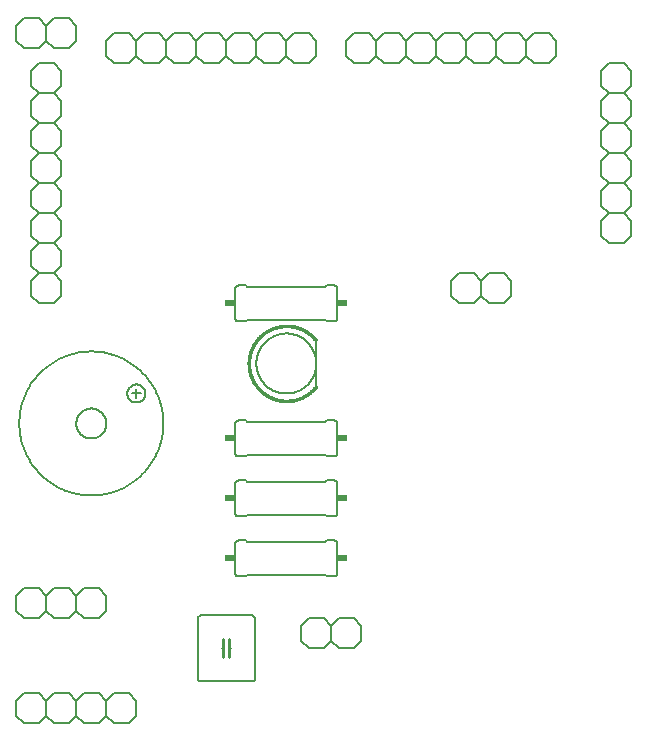
<source format=gto>
G75*
%MOIN*%
%OFA0B0*%
%FSLAX25Y25*%
%IPPOS*%
%LPD*%
%AMOC8*
5,1,8,0,0,1.08239X$1,22.5*
%
%ADD10C,0.00600*%
%ADD11C,0.01000*%
%ADD12C,0.00800*%
%ADD13C,0.00100*%
%ADD14R,0.03400X0.02400*%
D10*
X0011016Y0013516D02*
X0013516Y0011016D01*
X0018516Y0011016D01*
X0021016Y0013516D01*
X0023516Y0011016D01*
X0028516Y0011016D01*
X0031016Y0013516D01*
X0031016Y0018516D01*
X0028516Y0021016D01*
X0023516Y0021016D01*
X0021016Y0018516D01*
X0021016Y0013516D01*
X0021016Y0018516D02*
X0018516Y0021016D01*
X0013516Y0021016D01*
X0011016Y0018516D01*
X0011016Y0013516D01*
X0031016Y0013516D02*
X0033516Y0011016D01*
X0038516Y0011016D01*
X0041016Y0013516D01*
X0043516Y0011016D01*
X0048516Y0011016D01*
X0051016Y0013516D01*
X0051016Y0018516D01*
X0048516Y0021016D01*
X0043516Y0021016D01*
X0041016Y0018516D01*
X0041016Y0013516D01*
X0041016Y0018516D02*
X0038516Y0021016D01*
X0033516Y0021016D01*
X0031016Y0018516D01*
X0033516Y0046016D02*
X0031016Y0048516D01*
X0028516Y0046016D01*
X0023516Y0046016D01*
X0021016Y0048516D01*
X0018516Y0046016D01*
X0013516Y0046016D01*
X0011016Y0048516D01*
X0011016Y0053516D01*
X0013516Y0056016D01*
X0018516Y0056016D01*
X0021016Y0053516D01*
X0023516Y0056016D01*
X0028516Y0056016D01*
X0031016Y0053516D01*
X0033516Y0056016D01*
X0038516Y0056016D01*
X0041016Y0053516D01*
X0041016Y0048516D01*
X0038516Y0046016D01*
X0033516Y0046016D01*
X0031016Y0048516D02*
X0031016Y0053516D01*
X0021016Y0053516D02*
X0021016Y0048516D01*
X0071516Y0046016D02*
X0071516Y0026016D01*
X0071518Y0025956D01*
X0071523Y0025895D01*
X0071532Y0025836D01*
X0071545Y0025777D01*
X0071561Y0025718D01*
X0071581Y0025661D01*
X0071604Y0025606D01*
X0071631Y0025551D01*
X0071660Y0025499D01*
X0071693Y0025448D01*
X0071729Y0025399D01*
X0071767Y0025353D01*
X0071809Y0025309D01*
X0071853Y0025267D01*
X0071899Y0025229D01*
X0071948Y0025193D01*
X0071999Y0025160D01*
X0072051Y0025131D01*
X0072106Y0025104D01*
X0072161Y0025081D01*
X0072218Y0025061D01*
X0072277Y0025045D01*
X0072336Y0025032D01*
X0072395Y0025023D01*
X0072456Y0025018D01*
X0072516Y0025016D01*
X0089516Y0025016D01*
X0089576Y0025018D01*
X0089637Y0025023D01*
X0089696Y0025032D01*
X0089755Y0025045D01*
X0089814Y0025061D01*
X0089871Y0025081D01*
X0089926Y0025104D01*
X0089981Y0025131D01*
X0090033Y0025160D01*
X0090084Y0025193D01*
X0090133Y0025229D01*
X0090179Y0025267D01*
X0090223Y0025309D01*
X0090265Y0025353D01*
X0090303Y0025399D01*
X0090339Y0025448D01*
X0090372Y0025499D01*
X0090401Y0025551D01*
X0090428Y0025606D01*
X0090451Y0025661D01*
X0090471Y0025718D01*
X0090487Y0025777D01*
X0090500Y0025836D01*
X0090509Y0025895D01*
X0090514Y0025956D01*
X0090516Y0026016D01*
X0090516Y0046016D01*
X0090514Y0046076D01*
X0090509Y0046137D01*
X0090500Y0046196D01*
X0090487Y0046255D01*
X0090471Y0046314D01*
X0090451Y0046371D01*
X0090428Y0046426D01*
X0090401Y0046481D01*
X0090372Y0046533D01*
X0090339Y0046584D01*
X0090303Y0046633D01*
X0090265Y0046679D01*
X0090223Y0046723D01*
X0090179Y0046765D01*
X0090133Y0046803D01*
X0090084Y0046839D01*
X0090033Y0046872D01*
X0089981Y0046901D01*
X0089926Y0046928D01*
X0089871Y0046951D01*
X0089814Y0046971D01*
X0089755Y0046987D01*
X0089696Y0047000D01*
X0089637Y0047009D01*
X0089576Y0047014D01*
X0089516Y0047016D01*
X0072516Y0047016D01*
X0072456Y0047014D01*
X0072395Y0047009D01*
X0072336Y0047000D01*
X0072277Y0046987D01*
X0072218Y0046971D01*
X0072161Y0046951D01*
X0072106Y0046928D01*
X0072051Y0046901D01*
X0071999Y0046872D01*
X0071948Y0046839D01*
X0071899Y0046803D01*
X0071853Y0046765D01*
X0071809Y0046723D01*
X0071767Y0046679D01*
X0071729Y0046633D01*
X0071693Y0046584D01*
X0071660Y0046533D01*
X0071631Y0046481D01*
X0071604Y0046426D01*
X0071581Y0046371D01*
X0071561Y0046314D01*
X0071545Y0046255D01*
X0071532Y0046196D01*
X0071523Y0046137D01*
X0071518Y0046076D01*
X0071516Y0046016D01*
X0079516Y0036016D02*
X0080016Y0036016D01*
X0082016Y0036016D02*
X0082516Y0036016D01*
X0085016Y0060016D02*
X0087516Y0060016D01*
X0088016Y0060516D01*
X0114016Y0060516D01*
X0114516Y0060016D01*
X0117016Y0060016D01*
X0117076Y0060018D01*
X0117137Y0060023D01*
X0117196Y0060032D01*
X0117255Y0060045D01*
X0117314Y0060061D01*
X0117371Y0060081D01*
X0117426Y0060104D01*
X0117481Y0060131D01*
X0117533Y0060160D01*
X0117584Y0060193D01*
X0117633Y0060229D01*
X0117679Y0060267D01*
X0117723Y0060309D01*
X0117765Y0060353D01*
X0117803Y0060399D01*
X0117839Y0060448D01*
X0117872Y0060499D01*
X0117901Y0060551D01*
X0117928Y0060606D01*
X0117951Y0060661D01*
X0117971Y0060718D01*
X0117987Y0060777D01*
X0118000Y0060836D01*
X0118009Y0060895D01*
X0118014Y0060956D01*
X0118016Y0061016D01*
X0118016Y0071016D01*
X0118014Y0071076D01*
X0118009Y0071137D01*
X0118000Y0071196D01*
X0117987Y0071255D01*
X0117971Y0071314D01*
X0117951Y0071371D01*
X0117928Y0071426D01*
X0117901Y0071481D01*
X0117872Y0071533D01*
X0117839Y0071584D01*
X0117803Y0071633D01*
X0117765Y0071679D01*
X0117723Y0071723D01*
X0117679Y0071765D01*
X0117633Y0071803D01*
X0117584Y0071839D01*
X0117533Y0071872D01*
X0117481Y0071901D01*
X0117426Y0071928D01*
X0117371Y0071951D01*
X0117314Y0071971D01*
X0117255Y0071987D01*
X0117196Y0072000D01*
X0117137Y0072009D01*
X0117076Y0072014D01*
X0117016Y0072016D01*
X0114516Y0072016D01*
X0114016Y0071516D01*
X0088016Y0071516D01*
X0087516Y0072016D01*
X0085016Y0072016D01*
X0084956Y0072014D01*
X0084895Y0072009D01*
X0084836Y0072000D01*
X0084777Y0071987D01*
X0084718Y0071971D01*
X0084661Y0071951D01*
X0084606Y0071928D01*
X0084551Y0071901D01*
X0084499Y0071872D01*
X0084448Y0071839D01*
X0084399Y0071803D01*
X0084353Y0071765D01*
X0084309Y0071723D01*
X0084267Y0071679D01*
X0084229Y0071633D01*
X0084193Y0071584D01*
X0084160Y0071533D01*
X0084131Y0071481D01*
X0084104Y0071426D01*
X0084081Y0071371D01*
X0084061Y0071314D01*
X0084045Y0071255D01*
X0084032Y0071196D01*
X0084023Y0071137D01*
X0084018Y0071076D01*
X0084016Y0071016D01*
X0084016Y0061016D01*
X0084018Y0060956D01*
X0084023Y0060895D01*
X0084032Y0060836D01*
X0084045Y0060777D01*
X0084061Y0060718D01*
X0084081Y0060661D01*
X0084104Y0060606D01*
X0084131Y0060551D01*
X0084160Y0060499D01*
X0084193Y0060448D01*
X0084229Y0060399D01*
X0084267Y0060353D01*
X0084309Y0060309D01*
X0084353Y0060267D01*
X0084399Y0060229D01*
X0084448Y0060193D01*
X0084499Y0060160D01*
X0084551Y0060131D01*
X0084606Y0060104D01*
X0084661Y0060081D01*
X0084718Y0060061D01*
X0084777Y0060045D01*
X0084836Y0060032D01*
X0084895Y0060023D01*
X0084956Y0060018D01*
X0085016Y0060016D01*
X0085016Y0080016D02*
X0087516Y0080016D01*
X0088016Y0080516D01*
X0114016Y0080516D01*
X0114516Y0080016D01*
X0117016Y0080016D01*
X0117076Y0080018D01*
X0117137Y0080023D01*
X0117196Y0080032D01*
X0117255Y0080045D01*
X0117314Y0080061D01*
X0117371Y0080081D01*
X0117426Y0080104D01*
X0117481Y0080131D01*
X0117533Y0080160D01*
X0117584Y0080193D01*
X0117633Y0080229D01*
X0117679Y0080267D01*
X0117723Y0080309D01*
X0117765Y0080353D01*
X0117803Y0080399D01*
X0117839Y0080448D01*
X0117872Y0080499D01*
X0117901Y0080551D01*
X0117928Y0080606D01*
X0117951Y0080661D01*
X0117971Y0080718D01*
X0117987Y0080777D01*
X0118000Y0080836D01*
X0118009Y0080895D01*
X0118014Y0080956D01*
X0118016Y0081016D01*
X0118016Y0091016D01*
X0118014Y0091076D01*
X0118009Y0091137D01*
X0118000Y0091196D01*
X0117987Y0091255D01*
X0117971Y0091314D01*
X0117951Y0091371D01*
X0117928Y0091426D01*
X0117901Y0091481D01*
X0117872Y0091533D01*
X0117839Y0091584D01*
X0117803Y0091633D01*
X0117765Y0091679D01*
X0117723Y0091723D01*
X0117679Y0091765D01*
X0117633Y0091803D01*
X0117584Y0091839D01*
X0117533Y0091872D01*
X0117481Y0091901D01*
X0117426Y0091928D01*
X0117371Y0091951D01*
X0117314Y0091971D01*
X0117255Y0091987D01*
X0117196Y0092000D01*
X0117137Y0092009D01*
X0117076Y0092014D01*
X0117016Y0092016D01*
X0114516Y0092016D01*
X0114016Y0091516D01*
X0088016Y0091516D01*
X0087516Y0092016D01*
X0085016Y0092016D01*
X0084956Y0092014D01*
X0084895Y0092009D01*
X0084836Y0092000D01*
X0084777Y0091987D01*
X0084718Y0091971D01*
X0084661Y0091951D01*
X0084606Y0091928D01*
X0084551Y0091901D01*
X0084499Y0091872D01*
X0084448Y0091839D01*
X0084399Y0091803D01*
X0084353Y0091765D01*
X0084309Y0091723D01*
X0084267Y0091679D01*
X0084229Y0091633D01*
X0084193Y0091584D01*
X0084160Y0091533D01*
X0084131Y0091481D01*
X0084104Y0091426D01*
X0084081Y0091371D01*
X0084061Y0091314D01*
X0084045Y0091255D01*
X0084032Y0091196D01*
X0084023Y0091137D01*
X0084018Y0091076D01*
X0084016Y0091016D01*
X0084016Y0081016D01*
X0084018Y0080956D01*
X0084023Y0080895D01*
X0084032Y0080836D01*
X0084045Y0080777D01*
X0084061Y0080718D01*
X0084081Y0080661D01*
X0084104Y0080606D01*
X0084131Y0080551D01*
X0084160Y0080499D01*
X0084193Y0080448D01*
X0084229Y0080399D01*
X0084267Y0080353D01*
X0084309Y0080309D01*
X0084353Y0080267D01*
X0084399Y0080229D01*
X0084448Y0080193D01*
X0084499Y0080160D01*
X0084551Y0080131D01*
X0084606Y0080104D01*
X0084661Y0080081D01*
X0084718Y0080061D01*
X0084777Y0080045D01*
X0084836Y0080032D01*
X0084895Y0080023D01*
X0084956Y0080018D01*
X0085016Y0080016D01*
X0085016Y0100016D02*
X0087516Y0100016D01*
X0088016Y0100516D01*
X0114016Y0100516D01*
X0114516Y0100016D01*
X0117016Y0100016D01*
X0117076Y0100018D01*
X0117137Y0100023D01*
X0117196Y0100032D01*
X0117255Y0100045D01*
X0117314Y0100061D01*
X0117371Y0100081D01*
X0117426Y0100104D01*
X0117481Y0100131D01*
X0117533Y0100160D01*
X0117584Y0100193D01*
X0117633Y0100229D01*
X0117679Y0100267D01*
X0117723Y0100309D01*
X0117765Y0100353D01*
X0117803Y0100399D01*
X0117839Y0100448D01*
X0117872Y0100499D01*
X0117901Y0100551D01*
X0117928Y0100606D01*
X0117951Y0100661D01*
X0117971Y0100718D01*
X0117987Y0100777D01*
X0118000Y0100836D01*
X0118009Y0100895D01*
X0118014Y0100956D01*
X0118016Y0101016D01*
X0118016Y0111016D01*
X0118014Y0111076D01*
X0118009Y0111137D01*
X0118000Y0111196D01*
X0117987Y0111255D01*
X0117971Y0111314D01*
X0117951Y0111371D01*
X0117928Y0111426D01*
X0117901Y0111481D01*
X0117872Y0111533D01*
X0117839Y0111584D01*
X0117803Y0111633D01*
X0117765Y0111679D01*
X0117723Y0111723D01*
X0117679Y0111765D01*
X0117633Y0111803D01*
X0117584Y0111839D01*
X0117533Y0111872D01*
X0117481Y0111901D01*
X0117426Y0111928D01*
X0117371Y0111951D01*
X0117314Y0111971D01*
X0117255Y0111987D01*
X0117196Y0112000D01*
X0117137Y0112009D01*
X0117076Y0112014D01*
X0117016Y0112016D01*
X0114516Y0112016D01*
X0114016Y0111516D01*
X0088016Y0111516D01*
X0087516Y0112016D01*
X0085016Y0112016D01*
X0084956Y0112014D01*
X0084895Y0112009D01*
X0084836Y0112000D01*
X0084777Y0111987D01*
X0084718Y0111971D01*
X0084661Y0111951D01*
X0084606Y0111928D01*
X0084551Y0111901D01*
X0084499Y0111872D01*
X0084448Y0111839D01*
X0084399Y0111803D01*
X0084353Y0111765D01*
X0084309Y0111723D01*
X0084267Y0111679D01*
X0084229Y0111633D01*
X0084193Y0111584D01*
X0084160Y0111533D01*
X0084131Y0111481D01*
X0084104Y0111426D01*
X0084081Y0111371D01*
X0084061Y0111314D01*
X0084045Y0111255D01*
X0084032Y0111196D01*
X0084023Y0111137D01*
X0084018Y0111076D01*
X0084016Y0111016D01*
X0084016Y0101016D01*
X0084018Y0100956D01*
X0084023Y0100895D01*
X0084032Y0100836D01*
X0084045Y0100777D01*
X0084061Y0100718D01*
X0084081Y0100661D01*
X0084104Y0100606D01*
X0084131Y0100551D01*
X0084160Y0100499D01*
X0084193Y0100448D01*
X0084229Y0100399D01*
X0084267Y0100353D01*
X0084309Y0100309D01*
X0084353Y0100267D01*
X0084399Y0100229D01*
X0084448Y0100193D01*
X0084499Y0100160D01*
X0084551Y0100131D01*
X0084606Y0100104D01*
X0084661Y0100081D01*
X0084718Y0100061D01*
X0084777Y0100045D01*
X0084836Y0100032D01*
X0084895Y0100023D01*
X0084956Y0100018D01*
X0085016Y0100016D01*
X0091016Y0131016D02*
X0091019Y0131261D01*
X0091028Y0131507D01*
X0091043Y0131752D01*
X0091064Y0131996D01*
X0091091Y0132240D01*
X0091124Y0132483D01*
X0091163Y0132726D01*
X0091208Y0132967D01*
X0091259Y0133207D01*
X0091316Y0133446D01*
X0091378Y0133683D01*
X0091447Y0133919D01*
X0091521Y0134153D01*
X0091601Y0134385D01*
X0091686Y0134615D01*
X0091777Y0134843D01*
X0091874Y0135068D01*
X0091976Y0135292D01*
X0092084Y0135512D01*
X0092197Y0135730D01*
X0092315Y0135945D01*
X0092439Y0136157D01*
X0092567Y0136366D01*
X0092701Y0136572D01*
X0092840Y0136774D01*
X0092984Y0136973D01*
X0093133Y0137168D01*
X0093286Y0137360D01*
X0093444Y0137548D01*
X0093606Y0137732D01*
X0093774Y0137911D01*
X0093945Y0138087D01*
X0094121Y0138258D01*
X0094300Y0138426D01*
X0094484Y0138588D01*
X0094672Y0138746D01*
X0094864Y0138899D01*
X0095059Y0139048D01*
X0095258Y0139192D01*
X0095460Y0139331D01*
X0095666Y0139465D01*
X0095875Y0139593D01*
X0096087Y0139717D01*
X0096302Y0139835D01*
X0096520Y0139948D01*
X0096740Y0140056D01*
X0096964Y0140158D01*
X0097189Y0140255D01*
X0097417Y0140346D01*
X0097647Y0140431D01*
X0097879Y0140511D01*
X0098113Y0140585D01*
X0098349Y0140654D01*
X0098586Y0140716D01*
X0098825Y0140773D01*
X0099065Y0140824D01*
X0099306Y0140869D01*
X0099549Y0140908D01*
X0099792Y0140941D01*
X0100036Y0140968D01*
X0100280Y0140989D01*
X0100525Y0141004D01*
X0100771Y0141013D01*
X0101016Y0141016D01*
X0101261Y0141013D01*
X0101507Y0141004D01*
X0101752Y0140989D01*
X0101996Y0140968D01*
X0102240Y0140941D01*
X0102483Y0140908D01*
X0102726Y0140869D01*
X0102967Y0140824D01*
X0103207Y0140773D01*
X0103446Y0140716D01*
X0103683Y0140654D01*
X0103919Y0140585D01*
X0104153Y0140511D01*
X0104385Y0140431D01*
X0104615Y0140346D01*
X0104843Y0140255D01*
X0105068Y0140158D01*
X0105292Y0140056D01*
X0105512Y0139948D01*
X0105730Y0139835D01*
X0105945Y0139717D01*
X0106157Y0139593D01*
X0106366Y0139465D01*
X0106572Y0139331D01*
X0106774Y0139192D01*
X0106973Y0139048D01*
X0107168Y0138899D01*
X0107360Y0138746D01*
X0107548Y0138588D01*
X0107732Y0138426D01*
X0107911Y0138258D01*
X0108087Y0138087D01*
X0108258Y0137911D01*
X0108426Y0137732D01*
X0108588Y0137548D01*
X0108746Y0137360D01*
X0108899Y0137168D01*
X0109048Y0136973D01*
X0109192Y0136774D01*
X0109331Y0136572D01*
X0109465Y0136366D01*
X0109593Y0136157D01*
X0109717Y0135945D01*
X0109835Y0135730D01*
X0109948Y0135512D01*
X0110056Y0135292D01*
X0110158Y0135068D01*
X0110255Y0134843D01*
X0110346Y0134615D01*
X0110431Y0134385D01*
X0110511Y0134153D01*
X0110585Y0133919D01*
X0110654Y0133683D01*
X0110716Y0133446D01*
X0110773Y0133207D01*
X0110824Y0132967D01*
X0110869Y0132726D01*
X0110908Y0132483D01*
X0110941Y0132240D01*
X0110968Y0131996D01*
X0110989Y0131752D01*
X0111004Y0131507D01*
X0111013Y0131261D01*
X0111016Y0131016D01*
X0111013Y0130771D01*
X0111004Y0130525D01*
X0110989Y0130280D01*
X0110968Y0130036D01*
X0110941Y0129792D01*
X0110908Y0129549D01*
X0110869Y0129306D01*
X0110824Y0129065D01*
X0110773Y0128825D01*
X0110716Y0128586D01*
X0110654Y0128349D01*
X0110585Y0128113D01*
X0110511Y0127879D01*
X0110431Y0127647D01*
X0110346Y0127417D01*
X0110255Y0127189D01*
X0110158Y0126964D01*
X0110056Y0126740D01*
X0109948Y0126520D01*
X0109835Y0126302D01*
X0109717Y0126087D01*
X0109593Y0125875D01*
X0109465Y0125666D01*
X0109331Y0125460D01*
X0109192Y0125258D01*
X0109048Y0125059D01*
X0108899Y0124864D01*
X0108746Y0124672D01*
X0108588Y0124484D01*
X0108426Y0124300D01*
X0108258Y0124121D01*
X0108087Y0123945D01*
X0107911Y0123774D01*
X0107732Y0123606D01*
X0107548Y0123444D01*
X0107360Y0123286D01*
X0107168Y0123133D01*
X0106973Y0122984D01*
X0106774Y0122840D01*
X0106572Y0122701D01*
X0106366Y0122567D01*
X0106157Y0122439D01*
X0105945Y0122315D01*
X0105730Y0122197D01*
X0105512Y0122084D01*
X0105292Y0121976D01*
X0105068Y0121874D01*
X0104843Y0121777D01*
X0104615Y0121686D01*
X0104385Y0121601D01*
X0104153Y0121521D01*
X0103919Y0121447D01*
X0103683Y0121378D01*
X0103446Y0121316D01*
X0103207Y0121259D01*
X0102967Y0121208D01*
X0102726Y0121163D01*
X0102483Y0121124D01*
X0102240Y0121091D01*
X0101996Y0121064D01*
X0101752Y0121043D01*
X0101507Y0121028D01*
X0101261Y0121019D01*
X0101016Y0121016D01*
X0100771Y0121019D01*
X0100525Y0121028D01*
X0100280Y0121043D01*
X0100036Y0121064D01*
X0099792Y0121091D01*
X0099549Y0121124D01*
X0099306Y0121163D01*
X0099065Y0121208D01*
X0098825Y0121259D01*
X0098586Y0121316D01*
X0098349Y0121378D01*
X0098113Y0121447D01*
X0097879Y0121521D01*
X0097647Y0121601D01*
X0097417Y0121686D01*
X0097189Y0121777D01*
X0096964Y0121874D01*
X0096740Y0121976D01*
X0096520Y0122084D01*
X0096302Y0122197D01*
X0096087Y0122315D01*
X0095875Y0122439D01*
X0095666Y0122567D01*
X0095460Y0122701D01*
X0095258Y0122840D01*
X0095059Y0122984D01*
X0094864Y0123133D01*
X0094672Y0123286D01*
X0094484Y0123444D01*
X0094300Y0123606D01*
X0094121Y0123774D01*
X0093945Y0123945D01*
X0093774Y0124121D01*
X0093606Y0124300D01*
X0093444Y0124484D01*
X0093286Y0124672D01*
X0093133Y0124864D01*
X0092984Y0125059D01*
X0092840Y0125258D01*
X0092701Y0125460D01*
X0092567Y0125666D01*
X0092439Y0125875D01*
X0092315Y0126087D01*
X0092197Y0126302D01*
X0092084Y0126520D01*
X0091976Y0126740D01*
X0091874Y0126964D01*
X0091777Y0127189D01*
X0091686Y0127417D01*
X0091601Y0127647D01*
X0091521Y0127879D01*
X0091447Y0128113D01*
X0091378Y0128349D01*
X0091316Y0128586D01*
X0091259Y0128825D01*
X0091208Y0129065D01*
X0091163Y0129306D01*
X0091124Y0129549D01*
X0091091Y0129792D01*
X0091064Y0130036D01*
X0091043Y0130280D01*
X0091028Y0130525D01*
X0091019Y0130771D01*
X0091016Y0131016D01*
X0087516Y0145016D02*
X0085016Y0145016D01*
X0084956Y0145018D01*
X0084895Y0145023D01*
X0084836Y0145032D01*
X0084777Y0145045D01*
X0084718Y0145061D01*
X0084661Y0145081D01*
X0084606Y0145104D01*
X0084551Y0145131D01*
X0084499Y0145160D01*
X0084448Y0145193D01*
X0084399Y0145229D01*
X0084353Y0145267D01*
X0084309Y0145309D01*
X0084267Y0145353D01*
X0084229Y0145399D01*
X0084193Y0145448D01*
X0084160Y0145499D01*
X0084131Y0145551D01*
X0084104Y0145606D01*
X0084081Y0145661D01*
X0084061Y0145718D01*
X0084045Y0145777D01*
X0084032Y0145836D01*
X0084023Y0145895D01*
X0084018Y0145956D01*
X0084016Y0146016D01*
X0084016Y0156016D01*
X0084018Y0156076D01*
X0084023Y0156137D01*
X0084032Y0156196D01*
X0084045Y0156255D01*
X0084061Y0156314D01*
X0084081Y0156371D01*
X0084104Y0156426D01*
X0084131Y0156481D01*
X0084160Y0156533D01*
X0084193Y0156584D01*
X0084229Y0156633D01*
X0084267Y0156679D01*
X0084309Y0156723D01*
X0084353Y0156765D01*
X0084399Y0156803D01*
X0084448Y0156839D01*
X0084499Y0156872D01*
X0084551Y0156901D01*
X0084606Y0156928D01*
X0084661Y0156951D01*
X0084718Y0156971D01*
X0084777Y0156987D01*
X0084836Y0157000D01*
X0084895Y0157009D01*
X0084956Y0157014D01*
X0085016Y0157016D01*
X0087516Y0157016D01*
X0088016Y0156516D01*
X0114016Y0156516D01*
X0114516Y0157016D01*
X0117016Y0157016D01*
X0117076Y0157014D01*
X0117137Y0157009D01*
X0117196Y0157000D01*
X0117255Y0156987D01*
X0117314Y0156971D01*
X0117371Y0156951D01*
X0117426Y0156928D01*
X0117481Y0156901D01*
X0117533Y0156872D01*
X0117584Y0156839D01*
X0117633Y0156803D01*
X0117679Y0156765D01*
X0117723Y0156723D01*
X0117765Y0156679D01*
X0117803Y0156633D01*
X0117839Y0156584D01*
X0117872Y0156533D01*
X0117901Y0156481D01*
X0117928Y0156426D01*
X0117951Y0156371D01*
X0117971Y0156314D01*
X0117987Y0156255D01*
X0118000Y0156196D01*
X0118009Y0156137D01*
X0118014Y0156076D01*
X0118016Y0156016D01*
X0118016Y0146016D01*
X0118014Y0145956D01*
X0118009Y0145895D01*
X0118000Y0145836D01*
X0117987Y0145777D01*
X0117971Y0145718D01*
X0117951Y0145661D01*
X0117928Y0145606D01*
X0117901Y0145551D01*
X0117872Y0145499D01*
X0117839Y0145448D01*
X0117803Y0145399D01*
X0117765Y0145353D01*
X0117723Y0145309D01*
X0117679Y0145267D01*
X0117633Y0145229D01*
X0117584Y0145193D01*
X0117533Y0145160D01*
X0117481Y0145131D01*
X0117426Y0145104D01*
X0117371Y0145081D01*
X0117314Y0145061D01*
X0117255Y0145045D01*
X0117196Y0145032D01*
X0117137Y0145023D01*
X0117076Y0145018D01*
X0117016Y0145016D01*
X0114516Y0145016D01*
X0114016Y0145516D01*
X0088016Y0145516D01*
X0087516Y0145016D01*
X0052516Y0121016D02*
X0049516Y0121016D01*
X0048016Y0121016D02*
X0048018Y0121125D01*
X0048024Y0121234D01*
X0048034Y0121342D01*
X0048048Y0121450D01*
X0048065Y0121558D01*
X0048087Y0121665D01*
X0048112Y0121771D01*
X0048142Y0121875D01*
X0048175Y0121979D01*
X0048212Y0122082D01*
X0048252Y0122183D01*
X0048296Y0122282D01*
X0048344Y0122380D01*
X0048396Y0122477D01*
X0048450Y0122571D01*
X0048508Y0122663D01*
X0048570Y0122753D01*
X0048635Y0122840D01*
X0048702Y0122926D01*
X0048773Y0123009D01*
X0048847Y0123089D01*
X0048924Y0123166D01*
X0049003Y0123241D01*
X0049085Y0123312D01*
X0049170Y0123381D01*
X0049257Y0123446D01*
X0049346Y0123509D01*
X0049438Y0123567D01*
X0049532Y0123623D01*
X0049627Y0123675D01*
X0049725Y0123724D01*
X0049824Y0123769D01*
X0049925Y0123811D01*
X0050027Y0123848D01*
X0050130Y0123882D01*
X0050235Y0123913D01*
X0050341Y0123939D01*
X0050447Y0123962D01*
X0050555Y0123980D01*
X0050663Y0123995D01*
X0050771Y0124006D01*
X0050880Y0124013D01*
X0050989Y0124016D01*
X0051098Y0124015D01*
X0051207Y0124010D01*
X0051315Y0124001D01*
X0051423Y0123988D01*
X0051531Y0123971D01*
X0051638Y0123951D01*
X0051744Y0123926D01*
X0051849Y0123898D01*
X0051953Y0123866D01*
X0052056Y0123830D01*
X0052158Y0123790D01*
X0052258Y0123747D01*
X0052356Y0123700D01*
X0052453Y0123650D01*
X0052547Y0123596D01*
X0052640Y0123538D01*
X0052731Y0123478D01*
X0052819Y0123414D01*
X0052905Y0123347D01*
X0052988Y0123277D01*
X0053069Y0123204D01*
X0053147Y0123128D01*
X0053222Y0123049D01*
X0053295Y0122967D01*
X0053364Y0122883D01*
X0053430Y0122797D01*
X0053493Y0122708D01*
X0053553Y0122617D01*
X0053610Y0122524D01*
X0053663Y0122429D01*
X0053712Y0122332D01*
X0053758Y0122233D01*
X0053800Y0122133D01*
X0053839Y0122031D01*
X0053874Y0121927D01*
X0053905Y0121823D01*
X0053933Y0121718D01*
X0053956Y0121611D01*
X0053976Y0121504D01*
X0053992Y0121396D01*
X0054004Y0121288D01*
X0054012Y0121179D01*
X0054016Y0121070D01*
X0054016Y0120962D01*
X0054012Y0120853D01*
X0054004Y0120744D01*
X0053992Y0120636D01*
X0053976Y0120528D01*
X0053956Y0120421D01*
X0053933Y0120314D01*
X0053905Y0120209D01*
X0053874Y0120105D01*
X0053839Y0120001D01*
X0053800Y0119899D01*
X0053758Y0119799D01*
X0053712Y0119700D01*
X0053663Y0119603D01*
X0053610Y0119508D01*
X0053553Y0119415D01*
X0053493Y0119324D01*
X0053430Y0119235D01*
X0053364Y0119149D01*
X0053295Y0119065D01*
X0053222Y0118983D01*
X0053147Y0118904D01*
X0053069Y0118828D01*
X0052988Y0118755D01*
X0052905Y0118685D01*
X0052819Y0118618D01*
X0052731Y0118554D01*
X0052640Y0118494D01*
X0052547Y0118436D01*
X0052453Y0118382D01*
X0052356Y0118332D01*
X0052258Y0118285D01*
X0052158Y0118242D01*
X0052056Y0118202D01*
X0051953Y0118166D01*
X0051849Y0118134D01*
X0051744Y0118106D01*
X0051638Y0118081D01*
X0051531Y0118061D01*
X0051423Y0118044D01*
X0051315Y0118031D01*
X0051207Y0118022D01*
X0051098Y0118017D01*
X0050989Y0118016D01*
X0050880Y0118019D01*
X0050771Y0118026D01*
X0050663Y0118037D01*
X0050555Y0118052D01*
X0050447Y0118070D01*
X0050341Y0118093D01*
X0050235Y0118119D01*
X0050130Y0118150D01*
X0050027Y0118184D01*
X0049925Y0118221D01*
X0049824Y0118263D01*
X0049725Y0118308D01*
X0049627Y0118357D01*
X0049532Y0118409D01*
X0049438Y0118465D01*
X0049346Y0118523D01*
X0049257Y0118586D01*
X0049170Y0118651D01*
X0049085Y0118720D01*
X0049003Y0118791D01*
X0048924Y0118866D01*
X0048847Y0118943D01*
X0048773Y0119023D01*
X0048702Y0119106D01*
X0048635Y0119192D01*
X0048570Y0119279D01*
X0048508Y0119369D01*
X0048450Y0119461D01*
X0048396Y0119555D01*
X0048344Y0119652D01*
X0048296Y0119750D01*
X0048252Y0119849D01*
X0048212Y0119950D01*
X0048175Y0120053D01*
X0048142Y0120157D01*
X0048112Y0120261D01*
X0048087Y0120367D01*
X0048065Y0120474D01*
X0048048Y0120582D01*
X0048034Y0120690D01*
X0048024Y0120798D01*
X0048018Y0120907D01*
X0048016Y0121016D01*
X0051016Y0119516D02*
X0051016Y0122516D01*
X0031016Y0111016D02*
X0031018Y0111157D01*
X0031024Y0111298D01*
X0031034Y0111438D01*
X0031048Y0111578D01*
X0031066Y0111718D01*
X0031087Y0111857D01*
X0031113Y0111996D01*
X0031142Y0112134D01*
X0031176Y0112270D01*
X0031213Y0112406D01*
X0031254Y0112541D01*
X0031299Y0112675D01*
X0031348Y0112807D01*
X0031400Y0112938D01*
X0031456Y0113067D01*
X0031516Y0113194D01*
X0031579Y0113320D01*
X0031645Y0113444D01*
X0031716Y0113567D01*
X0031789Y0113687D01*
X0031866Y0113805D01*
X0031946Y0113921D01*
X0032030Y0114034D01*
X0032116Y0114145D01*
X0032206Y0114254D01*
X0032299Y0114360D01*
X0032394Y0114463D01*
X0032493Y0114564D01*
X0032594Y0114662D01*
X0032698Y0114757D01*
X0032805Y0114849D01*
X0032914Y0114938D01*
X0033026Y0115023D01*
X0033140Y0115106D01*
X0033256Y0115186D01*
X0033375Y0115262D01*
X0033496Y0115334D01*
X0033618Y0115404D01*
X0033743Y0115469D01*
X0033869Y0115532D01*
X0033997Y0115590D01*
X0034127Y0115645D01*
X0034258Y0115697D01*
X0034391Y0115744D01*
X0034525Y0115788D01*
X0034660Y0115829D01*
X0034796Y0115865D01*
X0034933Y0115897D01*
X0035071Y0115926D01*
X0035209Y0115951D01*
X0035349Y0115971D01*
X0035489Y0115988D01*
X0035629Y0116001D01*
X0035770Y0116010D01*
X0035910Y0116015D01*
X0036051Y0116016D01*
X0036192Y0116013D01*
X0036333Y0116006D01*
X0036473Y0115995D01*
X0036613Y0115980D01*
X0036753Y0115961D01*
X0036892Y0115939D01*
X0037030Y0115912D01*
X0037168Y0115882D01*
X0037304Y0115847D01*
X0037440Y0115809D01*
X0037574Y0115767D01*
X0037708Y0115721D01*
X0037840Y0115672D01*
X0037970Y0115618D01*
X0038099Y0115561D01*
X0038226Y0115501D01*
X0038352Y0115437D01*
X0038475Y0115369D01*
X0038597Y0115298D01*
X0038717Y0115224D01*
X0038834Y0115146D01*
X0038949Y0115065D01*
X0039062Y0114981D01*
X0039173Y0114894D01*
X0039281Y0114803D01*
X0039386Y0114710D01*
X0039489Y0114613D01*
X0039589Y0114514D01*
X0039686Y0114412D01*
X0039780Y0114307D01*
X0039871Y0114200D01*
X0039959Y0114090D01*
X0040044Y0113978D01*
X0040126Y0113863D01*
X0040205Y0113746D01*
X0040280Y0113627D01*
X0040352Y0113506D01*
X0040420Y0113383D01*
X0040485Y0113258D01*
X0040547Y0113131D01*
X0040604Y0113002D01*
X0040659Y0112872D01*
X0040709Y0112741D01*
X0040756Y0112608D01*
X0040799Y0112474D01*
X0040838Y0112338D01*
X0040873Y0112202D01*
X0040905Y0112065D01*
X0040932Y0111927D01*
X0040956Y0111788D01*
X0040976Y0111648D01*
X0040992Y0111508D01*
X0041004Y0111368D01*
X0041012Y0111227D01*
X0041016Y0111086D01*
X0041016Y0110946D01*
X0041012Y0110805D01*
X0041004Y0110664D01*
X0040992Y0110524D01*
X0040976Y0110384D01*
X0040956Y0110244D01*
X0040932Y0110105D01*
X0040905Y0109967D01*
X0040873Y0109830D01*
X0040838Y0109694D01*
X0040799Y0109558D01*
X0040756Y0109424D01*
X0040709Y0109291D01*
X0040659Y0109160D01*
X0040604Y0109030D01*
X0040547Y0108901D01*
X0040485Y0108774D01*
X0040420Y0108649D01*
X0040352Y0108526D01*
X0040280Y0108405D01*
X0040205Y0108286D01*
X0040126Y0108169D01*
X0040044Y0108054D01*
X0039959Y0107942D01*
X0039871Y0107832D01*
X0039780Y0107725D01*
X0039686Y0107620D01*
X0039589Y0107518D01*
X0039489Y0107419D01*
X0039386Y0107322D01*
X0039281Y0107229D01*
X0039173Y0107138D01*
X0039062Y0107051D01*
X0038949Y0106967D01*
X0038834Y0106886D01*
X0038717Y0106808D01*
X0038597Y0106734D01*
X0038475Y0106663D01*
X0038352Y0106595D01*
X0038226Y0106531D01*
X0038099Y0106471D01*
X0037970Y0106414D01*
X0037840Y0106360D01*
X0037708Y0106311D01*
X0037574Y0106265D01*
X0037440Y0106223D01*
X0037304Y0106185D01*
X0037168Y0106150D01*
X0037030Y0106120D01*
X0036892Y0106093D01*
X0036753Y0106071D01*
X0036613Y0106052D01*
X0036473Y0106037D01*
X0036333Y0106026D01*
X0036192Y0106019D01*
X0036051Y0106016D01*
X0035910Y0106017D01*
X0035770Y0106022D01*
X0035629Y0106031D01*
X0035489Y0106044D01*
X0035349Y0106061D01*
X0035209Y0106081D01*
X0035071Y0106106D01*
X0034933Y0106135D01*
X0034796Y0106167D01*
X0034660Y0106203D01*
X0034525Y0106244D01*
X0034391Y0106288D01*
X0034258Y0106335D01*
X0034127Y0106387D01*
X0033997Y0106442D01*
X0033869Y0106500D01*
X0033743Y0106563D01*
X0033618Y0106628D01*
X0033496Y0106698D01*
X0033375Y0106770D01*
X0033256Y0106846D01*
X0033140Y0106926D01*
X0033026Y0107009D01*
X0032914Y0107094D01*
X0032805Y0107183D01*
X0032698Y0107275D01*
X0032594Y0107370D01*
X0032493Y0107468D01*
X0032394Y0107569D01*
X0032299Y0107672D01*
X0032206Y0107778D01*
X0032116Y0107887D01*
X0032030Y0107998D01*
X0031946Y0108111D01*
X0031866Y0108227D01*
X0031789Y0108345D01*
X0031716Y0108465D01*
X0031645Y0108588D01*
X0031579Y0108712D01*
X0031516Y0108838D01*
X0031456Y0108965D01*
X0031400Y0109094D01*
X0031348Y0109225D01*
X0031299Y0109357D01*
X0031254Y0109491D01*
X0031213Y0109626D01*
X0031176Y0109762D01*
X0031142Y0109898D01*
X0031113Y0110036D01*
X0031087Y0110175D01*
X0031066Y0110314D01*
X0031048Y0110454D01*
X0031034Y0110594D01*
X0031024Y0110734D01*
X0031018Y0110875D01*
X0031016Y0111016D01*
X0012016Y0111016D02*
X0012023Y0111605D01*
X0012045Y0112194D01*
X0012081Y0112782D01*
X0012132Y0113368D01*
X0012196Y0113954D01*
X0012276Y0114538D01*
X0012369Y0115119D01*
X0012477Y0115698D01*
X0012599Y0116274D01*
X0012735Y0116848D01*
X0012885Y0117417D01*
X0013049Y0117983D01*
X0013227Y0118544D01*
X0013419Y0119101D01*
X0013624Y0119653D01*
X0013843Y0120200D01*
X0014075Y0120742D01*
X0014320Y0121277D01*
X0014579Y0121807D01*
X0014850Y0122330D01*
X0015134Y0122846D01*
X0015431Y0123354D01*
X0015740Y0123856D01*
X0016061Y0124350D01*
X0016394Y0124835D01*
X0016739Y0125313D01*
X0017096Y0125782D01*
X0017464Y0126241D01*
X0017843Y0126692D01*
X0018233Y0127133D01*
X0018634Y0127565D01*
X0019045Y0127987D01*
X0019467Y0128398D01*
X0019899Y0128799D01*
X0020340Y0129189D01*
X0020791Y0129568D01*
X0021250Y0129936D01*
X0021719Y0130293D01*
X0022197Y0130638D01*
X0022682Y0130971D01*
X0023176Y0131292D01*
X0023678Y0131601D01*
X0024186Y0131898D01*
X0024702Y0132182D01*
X0025225Y0132453D01*
X0025755Y0132712D01*
X0026290Y0132957D01*
X0026832Y0133189D01*
X0027379Y0133408D01*
X0027931Y0133613D01*
X0028488Y0133805D01*
X0029049Y0133983D01*
X0029615Y0134147D01*
X0030184Y0134297D01*
X0030758Y0134433D01*
X0031334Y0134555D01*
X0031913Y0134663D01*
X0032494Y0134756D01*
X0033078Y0134836D01*
X0033664Y0134900D01*
X0034250Y0134951D01*
X0034838Y0134987D01*
X0035427Y0135009D01*
X0036016Y0135016D01*
X0036605Y0135009D01*
X0037194Y0134987D01*
X0037782Y0134951D01*
X0038368Y0134900D01*
X0038954Y0134836D01*
X0039538Y0134756D01*
X0040119Y0134663D01*
X0040698Y0134555D01*
X0041274Y0134433D01*
X0041848Y0134297D01*
X0042417Y0134147D01*
X0042983Y0133983D01*
X0043544Y0133805D01*
X0044101Y0133613D01*
X0044653Y0133408D01*
X0045200Y0133189D01*
X0045742Y0132957D01*
X0046277Y0132712D01*
X0046807Y0132453D01*
X0047330Y0132182D01*
X0047846Y0131898D01*
X0048354Y0131601D01*
X0048856Y0131292D01*
X0049350Y0130971D01*
X0049835Y0130638D01*
X0050313Y0130293D01*
X0050782Y0129936D01*
X0051241Y0129568D01*
X0051692Y0129189D01*
X0052133Y0128799D01*
X0052565Y0128398D01*
X0052987Y0127987D01*
X0053398Y0127565D01*
X0053799Y0127133D01*
X0054189Y0126692D01*
X0054568Y0126241D01*
X0054936Y0125782D01*
X0055293Y0125313D01*
X0055638Y0124835D01*
X0055971Y0124350D01*
X0056292Y0123856D01*
X0056601Y0123354D01*
X0056898Y0122846D01*
X0057182Y0122330D01*
X0057453Y0121807D01*
X0057712Y0121277D01*
X0057957Y0120742D01*
X0058189Y0120200D01*
X0058408Y0119653D01*
X0058613Y0119101D01*
X0058805Y0118544D01*
X0058983Y0117983D01*
X0059147Y0117417D01*
X0059297Y0116848D01*
X0059433Y0116274D01*
X0059555Y0115698D01*
X0059663Y0115119D01*
X0059756Y0114538D01*
X0059836Y0113954D01*
X0059900Y0113368D01*
X0059951Y0112782D01*
X0059987Y0112194D01*
X0060009Y0111605D01*
X0060016Y0111016D01*
X0060009Y0110427D01*
X0059987Y0109838D01*
X0059951Y0109250D01*
X0059900Y0108664D01*
X0059836Y0108078D01*
X0059756Y0107494D01*
X0059663Y0106913D01*
X0059555Y0106334D01*
X0059433Y0105758D01*
X0059297Y0105184D01*
X0059147Y0104615D01*
X0058983Y0104049D01*
X0058805Y0103488D01*
X0058613Y0102931D01*
X0058408Y0102379D01*
X0058189Y0101832D01*
X0057957Y0101290D01*
X0057712Y0100755D01*
X0057453Y0100225D01*
X0057182Y0099702D01*
X0056898Y0099186D01*
X0056601Y0098678D01*
X0056292Y0098176D01*
X0055971Y0097682D01*
X0055638Y0097197D01*
X0055293Y0096719D01*
X0054936Y0096250D01*
X0054568Y0095791D01*
X0054189Y0095340D01*
X0053799Y0094899D01*
X0053398Y0094467D01*
X0052987Y0094045D01*
X0052565Y0093634D01*
X0052133Y0093233D01*
X0051692Y0092843D01*
X0051241Y0092464D01*
X0050782Y0092096D01*
X0050313Y0091739D01*
X0049835Y0091394D01*
X0049350Y0091061D01*
X0048856Y0090740D01*
X0048354Y0090431D01*
X0047846Y0090134D01*
X0047330Y0089850D01*
X0046807Y0089579D01*
X0046277Y0089320D01*
X0045742Y0089075D01*
X0045200Y0088843D01*
X0044653Y0088624D01*
X0044101Y0088419D01*
X0043544Y0088227D01*
X0042983Y0088049D01*
X0042417Y0087885D01*
X0041848Y0087735D01*
X0041274Y0087599D01*
X0040698Y0087477D01*
X0040119Y0087369D01*
X0039538Y0087276D01*
X0038954Y0087196D01*
X0038368Y0087132D01*
X0037782Y0087081D01*
X0037194Y0087045D01*
X0036605Y0087023D01*
X0036016Y0087016D01*
X0035427Y0087023D01*
X0034838Y0087045D01*
X0034250Y0087081D01*
X0033664Y0087132D01*
X0033078Y0087196D01*
X0032494Y0087276D01*
X0031913Y0087369D01*
X0031334Y0087477D01*
X0030758Y0087599D01*
X0030184Y0087735D01*
X0029615Y0087885D01*
X0029049Y0088049D01*
X0028488Y0088227D01*
X0027931Y0088419D01*
X0027379Y0088624D01*
X0026832Y0088843D01*
X0026290Y0089075D01*
X0025755Y0089320D01*
X0025225Y0089579D01*
X0024702Y0089850D01*
X0024186Y0090134D01*
X0023678Y0090431D01*
X0023176Y0090740D01*
X0022682Y0091061D01*
X0022197Y0091394D01*
X0021719Y0091739D01*
X0021250Y0092096D01*
X0020791Y0092464D01*
X0020340Y0092843D01*
X0019899Y0093233D01*
X0019467Y0093634D01*
X0019045Y0094045D01*
X0018634Y0094467D01*
X0018233Y0094899D01*
X0017843Y0095340D01*
X0017464Y0095791D01*
X0017096Y0096250D01*
X0016739Y0096719D01*
X0016394Y0097197D01*
X0016061Y0097682D01*
X0015740Y0098176D01*
X0015431Y0098678D01*
X0015134Y0099186D01*
X0014850Y0099702D01*
X0014579Y0100225D01*
X0014320Y0100755D01*
X0014075Y0101290D01*
X0013843Y0101832D01*
X0013624Y0102379D01*
X0013419Y0102931D01*
X0013227Y0103488D01*
X0013049Y0104049D01*
X0012885Y0104615D01*
X0012735Y0105184D01*
X0012599Y0105758D01*
X0012477Y0106334D01*
X0012369Y0106913D01*
X0012276Y0107494D01*
X0012196Y0108078D01*
X0012132Y0108664D01*
X0012081Y0109250D01*
X0012045Y0109838D01*
X0012023Y0110427D01*
X0012016Y0111016D01*
X0018516Y0151016D02*
X0016016Y0153516D01*
X0016016Y0158516D01*
X0018516Y0161016D01*
X0016016Y0163516D01*
X0016016Y0168516D01*
X0018516Y0171016D01*
X0016016Y0173516D01*
X0016016Y0178516D01*
X0018516Y0181016D01*
X0016016Y0183516D01*
X0016016Y0188516D01*
X0018516Y0191016D01*
X0016016Y0193516D01*
X0016016Y0198516D01*
X0018516Y0201016D01*
X0016016Y0203516D01*
X0016016Y0208516D01*
X0018516Y0211016D01*
X0016016Y0213516D01*
X0016016Y0218516D01*
X0018516Y0221016D01*
X0016016Y0223516D01*
X0016016Y0228516D01*
X0018516Y0231016D01*
X0023516Y0231016D01*
X0026016Y0228516D01*
X0026016Y0223516D01*
X0023516Y0221016D01*
X0026016Y0218516D01*
X0026016Y0213516D01*
X0023516Y0211016D01*
X0018516Y0211016D01*
X0023516Y0211016D02*
X0026016Y0208516D01*
X0026016Y0203516D01*
X0023516Y0201016D01*
X0026016Y0198516D01*
X0026016Y0193516D01*
X0023516Y0191016D01*
X0026016Y0188516D01*
X0026016Y0183516D01*
X0023516Y0181016D01*
X0018516Y0181016D01*
X0023516Y0181016D02*
X0026016Y0178516D01*
X0026016Y0173516D01*
X0023516Y0171016D01*
X0026016Y0168516D01*
X0026016Y0163516D01*
X0023516Y0161016D01*
X0026016Y0158516D01*
X0026016Y0153516D01*
X0023516Y0151016D01*
X0018516Y0151016D01*
X0018516Y0161016D02*
X0023516Y0161016D01*
X0023516Y0171016D02*
X0018516Y0171016D01*
X0018516Y0191016D02*
X0023516Y0191016D01*
X0023516Y0201016D02*
X0018516Y0201016D01*
X0018516Y0221016D02*
X0023516Y0221016D01*
X0023516Y0236016D02*
X0021016Y0238516D01*
X0018516Y0236016D01*
X0013516Y0236016D01*
X0011016Y0238516D01*
X0011016Y0243516D01*
X0013516Y0246016D01*
X0018516Y0246016D01*
X0021016Y0243516D01*
X0023516Y0246016D01*
X0028516Y0246016D01*
X0031016Y0243516D01*
X0031016Y0238516D01*
X0028516Y0236016D01*
X0023516Y0236016D01*
X0021016Y0238516D02*
X0021016Y0243516D01*
X0041016Y0238516D02*
X0041016Y0233516D01*
X0043516Y0231016D01*
X0048516Y0231016D01*
X0051016Y0233516D01*
X0051016Y0238516D01*
X0048516Y0241016D01*
X0043516Y0241016D01*
X0041016Y0238516D01*
X0051016Y0238516D02*
X0053516Y0241016D01*
X0058516Y0241016D01*
X0061016Y0238516D01*
X0063516Y0241016D01*
X0068516Y0241016D01*
X0071016Y0238516D01*
X0073516Y0241016D01*
X0078516Y0241016D01*
X0081016Y0238516D01*
X0083516Y0241016D01*
X0088516Y0241016D01*
X0091016Y0238516D01*
X0093516Y0241016D01*
X0098516Y0241016D01*
X0101016Y0238516D01*
X0103516Y0241016D01*
X0108516Y0241016D01*
X0111016Y0238516D01*
X0111016Y0233516D01*
X0108516Y0231016D01*
X0103516Y0231016D01*
X0101016Y0233516D01*
X0098516Y0231016D01*
X0093516Y0231016D01*
X0091016Y0233516D01*
X0091016Y0238516D01*
X0091016Y0233516D02*
X0088516Y0231016D01*
X0083516Y0231016D01*
X0081016Y0233516D01*
X0078516Y0231016D01*
X0073516Y0231016D01*
X0071016Y0233516D01*
X0068516Y0231016D01*
X0063516Y0231016D01*
X0061016Y0233516D01*
X0061016Y0238516D01*
X0061016Y0233516D02*
X0058516Y0231016D01*
X0053516Y0231016D01*
X0051016Y0233516D01*
X0071016Y0233516D02*
X0071016Y0238516D01*
X0081016Y0238516D02*
X0081016Y0233516D01*
X0101016Y0233516D02*
X0101016Y0238516D01*
X0121016Y0238516D02*
X0121016Y0233516D01*
X0123516Y0231016D01*
X0128516Y0231016D01*
X0131016Y0233516D01*
X0131016Y0238516D01*
X0128516Y0241016D01*
X0123516Y0241016D01*
X0121016Y0238516D01*
X0131016Y0238516D02*
X0133516Y0241016D01*
X0138516Y0241016D01*
X0141016Y0238516D01*
X0143516Y0241016D01*
X0148516Y0241016D01*
X0151016Y0238516D01*
X0153516Y0241016D01*
X0158516Y0241016D01*
X0161016Y0238516D01*
X0163516Y0241016D01*
X0168516Y0241016D01*
X0171016Y0238516D01*
X0173516Y0241016D01*
X0178516Y0241016D01*
X0181016Y0238516D01*
X0183516Y0241016D01*
X0188516Y0241016D01*
X0191016Y0238516D01*
X0191016Y0233516D01*
X0188516Y0231016D01*
X0183516Y0231016D01*
X0181016Y0233516D01*
X0178516Y0231016D01*
X0173516Y0231016D01*
X0171016Y0233516D01*
X0171016Y0238516D01*
X0171016Y0233516D02*
X0168516Y0231016D01*
X0163516Y0231016D01*
X0161016Y0233516D01*
X0158516Y0231016D01*
X0153516Y0231016D01*
X0151016Y0233516D01*
X0148516Y0231016D01*
X0143516Y0231016D01*
X0141016Y0233516D01*
X0141016Y0238516D01*
X0141016Y0233516D02*
X0138516Y0231016D01*
X0133516Y0231016D01*
X0131016Y0233516D01*
X0151016Y0233516D02*
X0151016Y0238516D01*
X0161016Y0238516D02*
X0161016Y0233516D01*
X0181016Y0233516D02*
X0181016Y0238516D01*
X0206016Y0228516D02*
X0206016Y0223516D01*
X0208516Y0221016D01*
X0213516Y0221016D01*
X0216016Y0223516D01*
X0216016Y0228516D01*
X0213516Y0231016D01*
X0208516Y0231016D01*
X0206016Y0228516D01*
X0208516Y0221016D02*
X0206016Y0218516D01*
X0206016Y0213516D01*
X0208516Y0211016D01*
X0213516Y0211016D01*
X0216016Y0213516D01*
X0216016Y0218516D01*
X0213516Y0221016D01*
X0213516Y0211016D02*
X0216016Y0208516D01*
X0216016Y0203516D01*
X0213516Y0201016D01*
X0216016Y0198516D01*
X0216016Y0193516D01*
X0213516Y0191016D01*
X0216016Y0188516D01*
X0216016Y0183516D01*
X0213516Y0181016D01*
X0216016Y0178516D01*
X0216016Y0173516D01*
X0213516Y0171016D01*
X0208516Y0171016D01*
X0206016Y0173516D01*
X0206016Y0178516D01*
X0208516Y0181016D01*
X0206016Y0183516D01*
X0206016Y0188516D01*
X0208516Y0191016D01*
X0213516Y0191016D01*
X0208516Y0191016D02*
X0206016Y0193516D01*
X0206016Y0198516D01*
X0208516Y0201016D01*
X0206016Y0203516D01*
X0206016Y0208516D01*
X0208516Y0211016D01*
X0208516Y0201016D02*
X0213516Y0201016D01*
X0213516Y0181016D02*
X0208516Y0181016D01*
X0176016Y0158516D02*
X0176016Y0153516D01*
X0173516Y0151016D01*
X0168516Y0151016D01*
X0166016Y0153516D01*
X0163516Y0151016D01*
X0158516Y0151016D01*
X0156016Y0153516D01*
X0156016Y0158516D01*
X0158516Y0161016D01*
X0163516Y0161016D01*
X0166016Y0158516D01*
X0168516Y0161016D01*
X0173516Y0161016D01*
X0176016Y0158516D01*
X0166016Y0158516D02*
X0166016Y0153516D01*
X0123516Y0046016D02*
X0118516Y0046016D01*
X0116016Y0043516D01*
X0116016Y0038516D01*
X0118516Y0036016D01*
X0123516Y0036016D01*
X0126016Y0038516D01*
X0126016Y0043516D01*
X0123516Y0046016D01*
X0116016Y0043516D02*
X0113516Y0046016D01*
X0108516Y0046016D01*
X0106016Y0043516D01*
X0106016Y0038516D01*
X0108516Y0036016D01*
X0113516Y0036016D01*
X0116016Y0038516D01*
D11*
X0082016Y0039016D02*
X0082016Y0036016D01*
X0082016Y0033016D01*
X0080016Y0033016D02*
X0080016Y0036016D01*
X0080016Y0039016D01*
D12*
X0111016Y0123516D02*
X0111016Y0138516D01*
D13*
X0111345Y0138825D02*
X0110625Y0138285D01*
X0110626Y0138286D02*
X0110445Y0138519D01*
X0110259Y0138747D01*
X0110067Y0138971D01*
X0109870Y0139190D01*
X0109668Y0139404D01*
X0109460Y0139613D01*
X0109247Y0139816D01*
X0109030Y0140015D01*
X0108807Y0140208D01*
X0108580Y0140396D01*
X0108349Y0140578D01*
X0108113Y0140755D01*
X0107872Y0140925D01*
X0107628Y0141090D01*
X0107380Y0141248D01*
X0107128Y0141401D01*
X0106872Y0141547D01*
X0106613Y0141687D01*
X0106350Y0141821D01*
X0106085Y0141948D01*
X0105816Y0142069D01*
X0105544Y0142183D01*
X0105270Y0142290D01*
X0104993Y0142391D01*
X0104714Y0142485D01*
X0104432Y0142572D01*
X0104149Y0142652D01*
X0103863Y0142725D01*
X0103576Y0142791D01*
X0103287Y0142850D01*
X0102997Y0142902D01*
X0102706Y0142947D01*
X0102414Y0142985D01*
X0102121Y0143015D01*
X0101827Y0143039D01*
X0101533Y0143055D01*
X0101239Y0143064D01*
X0100944Y0143066D01*
X0100649Y0143060D01*
X0100355Y0143048D01*
X0100061Y0143028D01*
X0099768Y0143001D01*
X0099475Y0142967D01*
X0099183Y0142926D01*
X0098893Y0142877D01*
X0098603Y0142822D01*
X0098316Y0142760D01*
X0098029Y0142690D01*
X0097745Y0142613D01*
X0097462Y0142530D01*
X0097182Y0142440D01*
X0096904Y0142343D01*
X0096628Y0142239D01*
X0096355Y0142128D01*
X0096085Y0142011D01*
X0095817Y0141887D01*
X0095553Y0141757D01*
X0095292Y0141620D01*
X0095035Y0141477D01*
X0094781Y0141327D01*
X0094530Y0141172D01*
X0094284Y0141010D01*
X0094042Y0140843D01*
X0093804Y0140669D01*
X0093570Y0140490D01*
X0093340Y0140305D01*
X0093116Y0140115D01*
X0092895Y0139919D01*
X0092680Y0139718D01*
X0092470Y0139511D01*
X0092265Y0139300D01*
X0092065Y0139083D01*
X0091870Y0138862D01*
X0091681Y0138636D01*
X0091498Y0138406D01*
X0091320Y0138171D01*
X0091148Y0137931D01*
X0090982Y0137688D01*
X0090822Y0137441D01*
X0090668Y0137190D01*
X0090520Y0136935D01*
X0090378Y0136676D01*
X0090243Y0136415D01*
X0090114Y0136150D01*
X0089992Y0135882D01*
X0089876Y0135611D01*
X0089767Y0135337D01*
X0089665Y0135061D01*
X0089570Y0134782D01*
X0089481Y0134501D01*
X0089399Y0134218D01*
X0089324Y0133933D01*
X0089257Y0133646D01*
X0089196Y0133358D01*
X0089142Y0133068D01*
X0089095Y0132777D01*
X0089056Y0132485D01*
X0089024Y0132193D01*
X0088998Y0131899D01*
X0088980Y0131605D01*
X0088970Y0131311D01*
X0088966Y0131016D01*
X0088970Y0130721D01*
X0088980Y0130427D01*
X0088998Y0130133D01*
X0089024Y0129839D01*
X0089056Y0129547D01*
X0089095Y0129255D01*
X0089142Y0128964D01*
X0089196Y0128674D01*
X0089257Y0128386D01*
X0089324Y0128099D01*
X0089399Y0127814D01*
X0089481Y0127531D01*
X0089570Y0127250D01*
X0089665Y0126971D01*
X0089767Y0126695D01*
X0089876Y0126421D01*
X0089992Y0126150D01*
X0090114Y0125882D01*
X0090243Y0125617D01*
X0090378Y0125356D01*
X0090520Y0125097D01*
X0090668Y0124842D01*
X0090822Y0124591D01*
X0090982Y0124344D01*
X0091148Y0124101D01*
X0091320Y0123861D01*
X0091498Y0123626D01*
X0091681Y0123396D01*
X0091870Y0123170D01*
X0092065Y0122949D01*
X0092265Y0122732D01*
X0092470Y0122521D01*
X0092680Y0122314D01*
X0092895Y0122113D01*
X0093116Y0121917D01*
X0093340Y0121727D01*
X0093570Y0121542D01*
X0093804Y0121363D01*
X0094042Y0121189D01*
X0094284Y0121022D01*
X0094530Y0120860D01*
X0094781Y0120705D01*
X0095035Y0120555D01*
X0095292Y0120412D01*
X0095553Y0120275D01*
X0095817Y0120145D01*
X0096085Y0120021D01*
X0096355Y0119904D01*
X0096628Y0119793D01*
X0096904Y0119689D01*
X0097182Y0119592D01*
X0097462Y0119502D01*
X0097745Y0119419D01*
X0098029Y0119342D01*
X0098316Y0119272D01*
X0098603Y0119210D01*
X0098893Y0119155D01*
X0099183Y0119106D01*
X0099475Y0119065D01*
X0099768Y0119031D01*
X0100061Y0119004D01*
X0100355Y0118984D01*
X0100649Y0118972D01*
X0100944Y0118966D01*
X0101239Y0118968D01*
X0101533Y0118977D01*
X0101827Y0118993D01*
X0102121Y0119017D01*
X0102414Y0119047D01*
X0102706Y0119085D01*
X0102997Y0119130D01*
X0103287Y0119182D01*
X0103576Y0119241D01*
X0103863Y0119307D01*
X0104149Y0119380D01*
X0104432Y0119460D01*
X0104714Y0119547D01*
X0104993Y0119641D01*
X0105270Y0119742D01*
X0105544Y0119849D01*
X0105816Y0119963D01*
X0106085Y0120084D01*
X0106350Y0120211D01*
X0106613Y0120345D01*
X0106872Y0120485D01*
X0107128Y0120631D01*
X0107380Y0120784D01*
X0107628Y0120942D01*
X0107872Y0121107D01*
X0108113Y0121277D01*
X0108349Y0121454D01*
X0108580Y0121636D01*
X0108807Y0121824D01*
X0109030Y0122017D01*
X0109247Y0122216D01*
X0109460Y0122419D01*
X0109668Y0122628D01*
X0109870Y0122842D01*
X0110067Y0123061D01*
X0110259Y0123285D01*
X0110445Y0123513D01*
X0110626Y0123746D01*
X0111345Y0123207D01*
X0111346Y0123206D01*
X0111152Y0122956D01*
X0110952Y0122710D01*
X0110746Y0122470D01*
X0110534Y0122235D01*
X0110316Y0122005D01*
X0110093Y0121780D01*
X0109865Y0121561D01*
X0109631Y0121347D01*
X0109392Y0121139D01*
X0109148Y0120937D01*
X0108899Y0120742D01*
X0108645Y0120552D01*
X0108387Y0120369D01*
X0108125Y0120192D01*
X0107858Y0120021D01*
X0107587Y0119857D01*
X0107312Y0119700D01*
X0107034Y0119549D01*
X0106751Y0119405D01*
X0106466Y0119269D01*
X0106177Y0119139D01*
X0105885Y0119016D01*
X0105590Y0118901D01*
X0105293Y0118793D01*
X0104992Y0118692D01*
X0104690Y0118598D01*
X0104385Y0118512D01*
X0104078Y0118433D01*
X0103770Y0118362D01*
X0103460Y0118299D01*
X0103148Y0118243D01*
X0102835Y0118194D01*
X0102521Y0118154D01*
X0102206Y0118121D01*
X0101890Y0118096D01*
X0101574Y0118078D01*
X0101258Y0118068D01*
X0100941Y0118066D01*
X0100624Y0118072D01*
X0100308Y0118085D01*
X0099992Y0118107D01*
X0099677Y0118135D01*
X0099362Y0118172D01*
X0099049Y0118216D01*
X0098736Y0118268D01*
X0098425Y0118328D01*
X0098116Y0118395D01*
X0097808Y0118470D01*
X0097502Y0118552D01*
X0097199Y0118641D01*
X0096897Y0118738D01*
X0096598Y0118843D01*
X0096302Y0118955D01*
X0096008Y0119073D01*
X0095718Y0119199D01*
X0095431Y0119332D01*
X0095146Y0119473D01*
X0094866Y0119620D01*
X0094589Y0119773D01*
X0094316Y0119934D01*
X0094047Y0120101D01*
X0093782Y0120275D01*
X0093522Y0120455D01*
X0093266Y0120641D01*
X0093015Y0120834D01*
X0092768Y0121032D01*
X0092526Y0121237D01*
X0092290Y0121447D01*
X0092058Y0121664D01*
X0091833Y0121886D01*
X0091612Y0122113D01*
X0091397Y0122345D01*
X0091188Y0122583D01*
X0090985Y0122826D01*
X0090787Y0123074D01*
X0090596Y0123326D01*
X0090411Y0123583D01*
X0090233Y0123845D01*
X0090061Y0124111D01*
X0089895Y0124380D01*
X0089736Y0124654D01*
X0089584Y0124932D01*
X0089439Y0125213D01*
X0089300Y0125498D01*
X0089169Y0125786D01*
X0089045Y0126078D01*
X0088927Y0126372D01*
X0088817Y0126669D01*
X0088715Y0126968D01*
X0088620Y0127270D01*
X0088532Y0127574D01*
X0088451Y0127881D01*
X0088378Y0128189D01*
X0088313Y0128499D01*
X0088255Y0128810D01*
X0088205Y0129123D01*
X0088163Y0129437D01*
X0088128Y0129751D01*
X0088101Y0130067D01*
X0088081Y0130383D01*
X0088070Y0130699D01*
X0088066Y0131016D01*
X0088070Y0131333D01*
X0088081Y0131649D01*
X0088101Y0131965D01*
X0088128Y0132281D01*
X0088163Y0132595D01*
X0088205Y0132909D01*
X0088255Y0133222D01*
X0088313Y0133533D01*
X0088378Y0133843D01*
X0088451Y0134151D01*
X0088532Y0134458D01*
X0088620Y0134762D01*
X0088715Y0135064D01*
X0088817Y0135363D01*
X0088927Y0135660D01*
X0089045Y0135954D01*
X0089169Y0136246D01*
X0089300Y0136534D01*
X0089439Y0136819D01*
X0089584Y0137100D01*
X0089736Y0137378D01*
X0089895Y0137652D01*
X0090061Y0137921D01*
X0090233Y0138187D01*
X0090411Y0138449D01*
X0090596Y0138706D01*
X0090787Y0138958D01*
X0090985Y0139206D01*
X0091188Y0139449D01*
X0091397Y0139687D01*
X0091612Y0139919D01*
X0091833Y0140146D01*
X0092058Y0140368D01*
X0092290Y0140585D01*
X0092526Y0140795D01*
X0092768Y0141000D01*
X0093015Y0141198D01*
X0093266Y0141391D01*
X0093522Y0141577D01*
X0093782Y0141757D01*
X0094047Y0141931D01*
X0094316Y0142098D01*
X0094589Y0142259D01*
X0094866Y0142412D01*
X0095146Y0142559D01*
X0095431Y0142700D01*
X0095718Y0142833D01*
X0096008Y0142959D01*
X0096302Y0143077D01*
X0096598Y0143189D01*
X0096897Y0143294D01*
X0097199Y0143391D01*
X0097502Y0143480D01*
X0097808Y0143562D01*
X0098116Y0143637D01*
X0098425Y0143704D01*
X0098736Y0143764D01*
X0099049Y0143816D01*
X0099362Y0143860D01*
X0099677Y0143897D01*
X0099992Y0143925D01*
X0100308Y0143947D01*
X0100624Y0143960D01*
X0100941Y0143966D01*
X0101258Y0143964D01*
X0101574Y0143954D01*
X0101890Y0143936D01*
X0102206Y0143911D01*
X0102521Y0143878D01*
X0102835Y0143838D01*
X0103148Y0143789D01*
X0103460Y0143733D01*
X0103770Y0143670D01*
X0104078Y0143599D01*
X0104385Y0143520D01*
X0104690Y0143434D01*
X0104992Y0143340D01*
X0105293Y0143239D01*
X0105590Y0143131D01*
X0105885Y0143016D01*
X0106177Y0142893D01*
X0106466Y0142763D01*
X0106751Y0142627D01*
X0107034Y0142483D01*
X0107312Y0142332D01*
X0107587Y0142175D01*
X0107858Y0142011D01*
X0108125Y0141840D01*
X0108387Y0141663D01*
X0108645Y0141480D01*
X0108899Y0141290D01*
X0109148Y0141095D01*
X0109392Y0140893D01*
X0109631Y0140685D01*
X0109865Y0140471D01*
X0110093Y0140252D01*
X0110316Y0140027D01*
X0110534Y0139797D01*
X0110746Y0139562D01*
X0110952Y0139322D01*
X0111152Y0139076D01*
X0111346Y0138826D01*
X0111271Y0138770D01*
X0111078Y0139018D01*
X0110879Y0139262D01*
X0110675Y0139500D01*
X0110465Y0139734D01*
X0110249Y0139962D01*
X0110027Y0140185D01*
X0109800Y0140403D01*
X0109568Y0140615D01*
X0109331Y0140821D01*
X0109089Y0141022D01*
X0108841Y0141216D01*
X0108590Y0141404D01*
X0108333Y0141586D01*
X0108073Y0141762D01*
X0107808Y0141931D01*
X0107539Y0142094D01*
X0107266Y0142250D01*
X0106990Y0142400D01*
X0106710Y0142542D01*
X0106426Y0142678D01*
X0106139Y0142807D01*
X0105849Y0142929D01*
X0105557Y0143043D01*
X0105261Y0143151D01*
X0104963Y0143251D01*
X0104663Y0143344D01*
X0104360Y0143429D01*
X0104056Y0143507D01*
X0103750Y0143578D01*
X0103442Y0143641D01*
X0103132Y0143697D01*
X0102822Y0143745D01*
X0102510Y0143785D01*
X0102197Y0143818D01*
X0101884Y0143843D01*
X0101570Y0143860D01*
X0101256Y0143870D01*
X0100941Y0143872D01*
X0100627Y0143866D01*
X0100313Y0143853D01*
X0099999Y0143832D01*
X0099686Y0143803D01*
X0099374Y0143767D01*
X0099063Y0143723D01*
X0098753Y0143671D01*
X0098444Y0143612D01*
X0098137Y0143545D01*
X0097831Y0143471D01*
X0097528Y0143390D01*
X0097226Y0143301D01*
X0096927Y0143204D01*
X0096630Y0143101D01*
X0096336Y0142990D01*
X0096045Y0142872D01*
X0095756Y0142747D01*
X0095471Y0142615D01*
X0095189Y0142476D01*
X0094911Y0142330D01*
X0094636Y0142177D01*
X0094365Y0142018D01*
X0094098Y0141852D01*
X0093835Y0141679D01*
X0093576Y0141501D01*
X0093322Y0141316D01*
X0093073Y0141124D01*
X0092828Y0140927D01*
X0092588Y0140724D01*
X0092353Y0140515D01*
X0092123Y0140300D01*
X0091899Y0140080D01*
X0091680Y0139855D01*
X0091467Y0139624D01*
X0091259Y0139388D01*
X0091057Y0139146D01*
X0090862Y0138901D01*
X0090672Y0138650D01*
X0090488Y0138395D01*
X0090311Y0138135D01*
X0090140Y0137871D01*
X0089976Y0137603D01*
X0089818Y0137331D01*
X0089667Y0137056D01*
X0089523Y0136776D01*
X0089385Y0136494D01*
X0089255Y0136208D01*
X0089131Y0135919D01*
X0089015Y0135626D01*
X0088906Y0135332D01*
X0088804Y0135034D01*
X0088710Y0134735D01*
X0088622Y0134432D01*
X0088542Y0134128D01*
X0088470Y0133823D01*
X0088405Y0133515D01*
X0088348Y0133206D01*
X0088298Y0132895D01*
X0088256Y0132584D01*
X0088221Y0132271D01*
X0088195Y0131958D01*
X0088175Y0131644D01*
X0088164Y0131330D01*
X0088160Y0131016D01*
X0088164Y0130702D01*
X0088175Y0130388D01*
X0088195Y0130074D01*
X0088221Y0129761D01*
X0088256Y0129448D01*
X0088298Y0129137D01*
X0088348Y0128826D01*
X0088405Y0128517D01*
X0088470Y0128209D01*
X0088542Y0127904D01*
X0088622Y0127600D01*
X0088710Y0127297D01*
X0088804Y0126998D01*
X0088906Y0126700D01*
X0089015Y0126406D01*
X0089131Y0126113D01*
X0089255Y0125824D01*
X0089385Y0125538D01*
X0089523Y0125256D01*
X0089667Y0124976D01*
X0089818Y0124701D01*
X0089976Y0124429D01*
X0090140Y0124161D01*
X0090311Y0123897D01*
X0090488Y0123637D01*
X0090672Y0123382D01*
X0090862Y0123131D01*
X0091057Y0122886D01*
X0091259Y0122644D01*
X0091467Y0122408D01*
X0091680Y0122177D01*
X0091899Y0121952D01*
X0092123Y0121732D01*
X0092353Y0121517D01*
X0092588Y0121308D01*
X0092828Y0121105D01*
X0093073Y0120908D01*
X0093322Y0120716D01*
X0093576Y0120531D01*
X0093835Y0120353D01*
X0094098Y0120180D01*
X0094365Y0120014D01*
X0094636Y0119855D01*
X0094911Y0119702D01*
X0095189Y0119556D01*
X0095471Y0119417D01*
X0095756Y0119285D01*
X0096045Y0119160D01*
X0096336Y0119042D01*
X0096630Y0118931D01*
X0096927Y0118828D01*
X0097226Y0118731D01*
X0097528Y0118642D01*
X0097831Y0118561D01*
X0098137Y0118487D01*
X0098444Y0118420D01*
X0098753Y0118361D01*
X0099063Y0118309D01*
X0099374Y0118265D01*
X0099686Y0118229D01*
X0099999Y0118200D01*
X0100313Y0118179D01*
X0100627Y0118166D01*
X0100941Y0118160D01*
X0101256Y0118162D01*
X0101570Y0118172D01*
X0101884Y0118189D01*
X0102197Y0118214D01*
X0102510Y0118247D01*
X0102822Y0118287D01*
X0103132Y0118335D01*
X0103442Y0118391D01*
X0103750Y0118454D01*
X0104056Y0118525D01*
X0104360Y0118603D01*
X0104663Y0118688D01*
X0104963Y0118781D01*
X0105261Y0118881D01*
X0105557Y0118989D01*
X0105849Y0119103D01*
X0106139Y0119225D01*
X0106426Y0119354D01*
X0106710Y0119490D01*
X0106990Y0119632D01*
X0107266Y0119782D01*
X0107539Y0119938D01*
X0107808Y0120101D01*
X0108073Y0120270D01*
X0108333Y0120446D01*
X0108590Y0120628D01*
X0108841Y0120816D01*
X0109089Y0121010D01*
X0109331Y0121211D01*
X0109568Y0121417D01*
X0109800Y0121629D01*
X0110027Y0121847D01*
X0110249Y0122070D01*
X0110465Y0122298D01*
X0110675Y0122532D01*
X0110879Y0122770D01*
X0111078Y0123014D01*
X0111271Y0123262D01*
X0111196Y0123319D01*
X0111004Y0123072D01*
X0110807Y0122830D01*
X0110604Y0122593D01*
X0110395Y0122362D01*
X0110181Y0122135D01*
X0109961Y0121913D01*
X0109736Y0121697D01*
X0109505Y0121487D01*
X0109270Y0121282D01*
X0109029Y0121083D01*
X0108784Y0120890D01*
X0108534Y0120704D01*
X0108280Y0120523D01*
X0108021Y0120348D01*
X0107758Y0120180D01*
X0107491Y0120019D01*
X0107220Y0119864D01*
X0106946Y0119715D01*
X0106668Y0119574D01*
X0106386Y0119439D01*
X0106102Y0119311D01*
X0105814Y0119190D01*
X0105523Y0119076D01*
X0105230Y0118970D01*
X0104934Y0118870D01*
X0104636Y0118778D01*
X0104336Y0118693D01*
X0104033Y0118616D01*
X0103729Y0118546D01*
X0103424Y0118483D01*
X0103117Y0118428D01*
X0102808Y0118380D01*
X0102499Y0118340D01*
X0102188Y0118308D01*
X0101877Y0118283D01*
X0101566Y0118266D01*
X0101254Y0118256D01*
X0100942Y0118254D01*
X0100630Y0118260D01*
X0100318Y0118273D01*
X0100007Y0118294D01*
X0099696Y0118322D01*
X0099386Y0118359D01*
X0099077Y0118402D01*
X0098769Y0118453D01*
X0098462Y0118512D01*
X0098158Y0118578D01*
X0097854Y0118652D01*
X0097553Y0118733D01*
X0097254Y0118821D01*
X0096957Y0118917D01*
X0096662Y0119020D01*
X0096370Y0119130D01*
X0096081Y0119247D01*
X0095794Y0119371D01*
X0095511Y0119502D01*
X0095231Y0119640D01*
X0094955Y0119785D01*
X0094682Y0119937D01*
X0094413Y0120095D01*
X0094148Y0120260D01*
X0093887Y0120431D01*
X0093631Y0120608D01*
X0093378Y0120792D01*
X0093131Y0120982D01*
X0092888Y0121177D01*
X0092649Y0121379D01*
X0092416Y0121587D01*
X0092188Y0121800D01*
X0091966Y0122018D01*
X0091748Y0122242D01*
X0091537Y0122471D01*
X0091331Y0122706D01*
X0091130Y0122945D01*
X0090936Y0123189D01*
X0090748Y0123438D01*
X0090565Y0123691D01*
X0090389Y0123949D01*
X0090220Y0124211D01*
X0090057Y0124477D01*
X0089900Y0124747D01*
X0089750Y0125021D01*
X0089607Y0125298D01*
X0089470Y0125578D01*
X0089341Y0125862D01*
X0089218Y0126149D01*
X0089103Y0126439D01*
X0088995Y0126732D01*
X0088893Y0127027D01*
X0088799Y0127325D01*
X0088713Y0127625D01*
X0088634Y0127926D01*
X0088562Y0128230D01*
X0088497Y0128535D01*
X0088440Y0128842D01*
X0088391Y0129150D01*
X0088349Y0129460D01*
X0088315Y0129770D01*
X0088288Y0130081D01*
X0088269Y0130392D01*
X0088258Y0130704D01*
X0088254Y0131016D01*
X0088258Y0131328D01*
X0088269Y0131640D01*
X0088288Y0131951D01*
X0088315Y0132262D01*
X0088349Y0132572D01*
X0088391Y0132882D01*
X0088440Y0133190D01*
X0088497Y0133497D01*
X0088562Y0133802D01*
X0088634Y0134106D01*
X0088713Y0134407D01*
X0088799Y0134707D01*
X0088893Y0135005D01*
X0088995Y0135300D01*
X0089103Y0135593D01*
X0089218Y0135883D01*
X0089341Y0136170D01*
X0089470Y0136454D01*
X0089607Y0136734D01*
X0089750Y0137011D01*
X0089900Y0137285D01*
X0090057Y0137555D01*
X0090220Y0137821D01*
X0090389Y0138083D01*
X0090565Y0138341D01*
X0090748Y0138594D01*
X0090936Y0138843D01*
X0091130Y0139087D01*
X0091331Y0139326D01*
X0091537Y0139561D01*
X0091748Y0139790D01*
X0091966Y0140014D01*
X0092188Y0140232D01*
X0092416Y0140445D01*
X0092649Y0140653D01*
X0092888Y0140855D01*
X0093131Y0141050D01*
X0093378Y0141240D01*
X0093631Y0141424D01*
X0093887Y0141601D01*
X0094148Y0141772D01*
X0094413Y0141937D01*
X0094682Y0142095D01*
X0094955Y0142247D01*
X0095231Y0142392D01*
X0095511Y0142530D01*
X0095794Y0142661D01*
X0096081Y0142785D01*
X0096370Y0142902D01*
X0096662Y0143012D01*
X0096957Y0143115D01*
X0097254Y0143211D01*
X0097553Y0143299D01*
X0097854Y0143380D01*
X0098158Y0143454D01*
X0098462Y0143520D01*
X0098769Y0143579D01*
X0099077Y0143630D01*
X0099386Y0143673D01*
X0099696Y0143710D01*
X0100007Y0143738D01*
X0100318Y0143759D01*
X0100630Y0143772D01*
X0100942Y0143778D01*
X0101254Y0143776D01*
X0101566Y0143766D01*
X0101877Y0143749D01*
X0102188Y0143724D01*
X0102499Y0143692D01*
X0102808Y0143652D01*
X0103117Y0143604D01*
X0103424Y0143549D01*
X0103729Y0143486D01*
X0104033Y0143416D01*
X0104336Y0143339D01*
X0104636Y0143254D01*
X0104934Y0143162D01*
X0105230Y0143062D01*
X0105523Y0142956D01*
X0105814Y0142842D01*
X0106102Y0142721D01*
X0106386Y0142593D01*
X0106668Y0142458D01*
X0106946Y0142317D01*
X0107220Y0142168D01*
X0107491Y0142013D01*
X0107758Y0141852D01*
X0108021Y0141684D01*
X0108280Y0141509D01*
X0108534Y0141328D01*
X0108784Y0141142D01*
X0109029Y0140949D01*
X0109270Y0140750D01*
X0109505Y0140545D01*
X0109736Y0140335D01*
X0109961Y0140119D01*
X0110181Y0139897D01*
X0110395Y0139670D01*
X0110604Y0139439D01*
X0110807Y0139202D01*
X0111004Y0138960D01*
X0111196Y0138713D01*
X0111120Y0138657D01*
X0110930Y0138902D01*
X0110735Y0139142D01*
X0110533Y0139377D01*
X0110326Y0139607D01*
X0110113Y0139832D01*
X0109895Y0140052D01*
X0109671Y0140266D01*
X0109442Y0140475D01*
X0109209Y0140678D01*
X0108970Y0140876D01*
X0108727Y0141067D01*
X0108478Y0141253D01*
X0108226Y0141432D01*
X0107969Y0141605D01*
X0107708Y0141772D01*
X0107443Y0141933D01*
X0107174Y0142086D01*
X0106902Y0142234D01*
X0106626Y0142374D01*
X0106346Y0142508D01*
X0106064Y0142635D01*
X0105778Y0142755D01*
X0105490Y0142868D01*
X0105199Y0142974D01*
X0104905Y0143072D01*
X0104609Y0143164D01*
X0104311Y0143248D01*
X0104011Y0143325D01*
X0103709Y0143394D01*
X0103406Y0143457D01*
X0103101Y0143511D01*
X0102795Y0143559D01*
X0102487Y0143598D01*
X0102179Y0143630D01*
X0101871Y0143655D01*
X0101561Y0143672D01*
X0101252Y0143682D01*
X0100942Y0143684D01*
X0100632Y0143678D01*
X0100323Y0143665D01*
X0100014Y0143644D01*
X0099705Y0143616D01*
X0099398Y0143580D01*
X0099091Y0143537D01*
X0098785Y0143486D01*
X0098481Y0143428D01*
X0098178Y0143362D01*
X0097877Y0143289D01*
X0097578Y0143209D01*
X0097281Y0143121D01*
X0096986Y0143026D01*
X0096694Y0142924D01*
X0096404Y0142815D01*
X0096117Y0142698D01*
X0095833Y0142575D01*
X0095552Y0142445D01*
X0095274Y0142308D01*
X0095000Y0142164D01*
X0094729Y0142014D01*
X0094462Y0141857D01*
X0094199Y0141693D01*
X0093940Y0141523D01*
X0093685Y0141347D01*
X0093434Y0141165D01*
X0093189Y0140976D01*
X0092947Y0140782D01*
X0092711Y0140582D01*
X0092480Y0140376D01*
X0092253Y0140164D01*
X0092032Y0139947D01*
X0091817Y0139725D01*
X0091606Y0139498D01*
X0091402Y0139265D01*
X0091203Y0139027D01*
X0091010Y0138785D01*
X0090823Y0138538D01*
X0090642Y0138287D01*
X0090468Y0138031D01*
X0090299Y0137771D01*
X0090137Y0137507D01*
X0089982Y0137239D01*
X0089833Y0136967D01*
X0089691Y0136692D01*
X0089555Y0136413D01*
X0089427Y0136132D01*
X0089305Y0135847D01*
X0089191Y0135559D01*
X0089083Y0135268D01*
X0088983Y0134975D01*
X0088889Y0134680D01*
X0088803Y0134382D01*
X0088725Y0134083D01*
X0088654Y0133781D01*
X0088590Y0133478D01*
X0088533Y0133174D01*
X0088484Y0132868D01*
X0088443Y0132561D01*
X0088409Y0132253D01*
X0088382Y0131944D01*
X0088363Y0131635D01*
X0088352Y0131326D01*
X0088348Y0131016D01*
X0088352Y0130706D01*
X0088363Y0130397D01*
X0088382Y0130088D01*
X0088409Y0129779D01*
X0088443Y0129471D01*
X0088484Y0129164D01*
X0088533Y0128858D01*
X0088590Y0128554D01*
X0088654Y0128251D01*
X0088725Y0127949D01*
X0088803Y0127650D01*
X0088889Y0127352D01*
X0088983Y0127057D01*
X0089083Y0126764D01*
X0089191Y0126473D01*
X0089305Y0126185D01*
X0089427Y0125900D01*
X0089555Y0125619D01*
X0089691Y0125340D01*
X0089833Y0125065D01*
X0089982Y0124793D01*
X0090137Y0124525D01*
X0090299Y0124261D01*
X0090468Y0124001D01*
X0090642Y0123745D01*
X0090823Y0123494D01*
X0091010Y0123247D01*
X0091203Y0123005D01*
X0091402Y0122767D01*
X0091606Y0122534D01*
X0091817Y0122307D01*
X0092032Y0122085D01*
X0092253Y0121868D01*
X0092480Y0121656D01*
X0092711Y0121450D01*
X0092947Y0121250D01*
X0093189Y0121056D01*
X0093434Y0120867D01*
X0093685Y0120685D01*
X0093940Y0120509D01*
X0094199Y0120339D01*
X0094462Y0120175D01*
X0094729Y0120018D01*
X0095000Y0119868D01*
X0095274Y0119724D01*
X0095552Y0119587D01*
X0095833Y0119457D01*
X0096117Y0119334D01*
X0096404Y0119217D01*
X0096694Y0119108D01*
X0096986Y0119006D01*
X0097281Y0118911D01*
X0097578Y0118823D01*
X0097877Y0118743D01*
X0098178Y0118670D01*
X0098481Y0118604D01*
X0098785Y0118546D01*
X0099091Y0118495D01*
X0099398Y0118452D01*
X0099705Y0118416D01*
X0100014Y0118388D01*
X0100323Y0118367D01*
X0100632Y0118354D01*
X0100942Y0118348D01*
X0101252Y0118350D01*
X0101561Y0118360D01*
X0101871Y0118377D01*
X0102179Y0118402D01*
X0102487Y0118434D01*
X0102795Y0118473D01*
X0103101Y0118521D01*
X0103406Y0118575D01*
X0103709Y0118638D01*
X0104011Y0118707D01*
X0104311Y0118784D01*
X0104609Y0118868D01*
X0104905Y0118960D01*
X0105199Y0119058D01*
X0105490Y0119164D01*
X0105778Y0119277D01*
X0106064Y0119397D01*
X0106346Y0119524D01*
X0106626Y0119658D01*
X0106902Y0119798D01*
X0107174Y0119946D01*
X0107443Y0120099D01*
X0107708Y0120260D01*
X0107969Y0120427D01*
X0108226Y0120600D01*
X0108478Y0120779D01*
X0108727Y0120965D01*
X0108970Y0121156D01*
X0109209Y0121354D01*
X0109442Y0121557D01*
X0109671Y0121766D01*
X0109895Y0121980D01*
X0110113Y0122200D01*
X0110326Y0122425D01*
X0110533Y0122655D01*
X0110735Y0122890D01*
X0110930Y0123130D01*
X0111120Y0123375D01*
X0111045Y0123432D01*
X0110857Y0123189D01*
X0110662Y0122950D01*
X0110462Y0122717D01*
X0110257Y0122489D01*
X0110045Y0122265D01*
X0109829Y0122047D01*
X0109607Y0121834D01*
X0109380Y0121627D01*
X0109148Y0121425D01*
X0108911Y0121229D01*
X0108669Y0121039D01*
X0108423Y0120855D01*
X0108172Y0120677D01*
X0107917Y0120505D01*
X0107658Y0120340D01*
X0107395Y0120180D01*
X0107128Y0120028D01*
X0106858Y0119881D01*
X0106584Y0119742D01*
X0106307Y0119609D01*
X0106026Y0119483D01*
X0105743Y0119364D01*
X0105456Y0119252D01*
X0105167Y0119147D01*
X0104876Y0119049D01*
X0104582Y0118958D01*
X0104286Y0118875D01*
X0103989Y0118798D01*
X0103689Y0118729D01*
X0103388Y0118668D01*
X0103085Y0118613D01*
X0102781Y0118567D01*
X0102476Y0118527D01*
X0102171Y0118495D01*
X0101864Y0118471D01*
X0101557Y0118454D01*
X0101250Y0118444D01*
X0100942Y0118442D01*
X0100635Y0118448D01*
X0100328Y0118461D01*
X0100021Y0118481D01*
X0099715Y0118510D01*
X0099409Y0118545D01*
X0099105Y0118588D01*
X0098802Y0118639D01*
X0098500Y0118696D01*
X0098199Y0118762D01*
X0097900Y0118834D01*
X0097604Y0118914D01*
X0097309Y0119001D01*
X0097016Y0119095D01*
X0096726Y0119197D01*
X0096438Y0119305D01*
X0096153Y0119420D01*
X0095871Y0119543D01*
X0095592Y0119672D01*
X0095316Y0119808D01*
X0095044Y0119951D01*
X0094775Y0120100D01*
X0094510Y0120256D01*
X0094249Y0120418D01*
X0093992Y0120587D01*
X0093739Y0120762D01*
X0093491Y0120943D01*
X0093247Y0121130D01*
X0093007Y0121323D01*
X0092773Y0121521D01*
X0092543Y0121726D01*
X0092318Y0121936D01*
X0092099Y0122151D01*
X0091885Y0122372D01*
X0091676Y0122597D01*
X0091473Y0122828D01*
X0091276Y0123064D01*
X0091084Y0123305D01*
X0090899Y0123550D01*
X0090719Y0123799D01*
X0090546Y0124053D01*
X0090379Y0124311D01*
X0090218Y0124573D01*
X0090064Y0124839D01*
X0089916Y0125109D01*
X0089775Y0125382D01*
X0089640Y0125659D01*
X0089513Y0125938D01*
X0089392Y0126221D01*
X0089278Y0126507D01*
X0089172Y0126795D01*
X0089072Y0127086D01*
X0088979Y0127379D01*
X0088894Y0127675D01*
X0088816Y0127972D01*
X0088745Y0128271D01*
X0088682Y0128572D01*
X0088626Y0128874D01*
X0088577Y0129178D01*
X0088536Y0129483D01*
X0088502Y0129788D01*
X0088476Y0130094D01*
X0088457Y0130401D01*
X0088446Y0130709D01*
X0088442Y0131016D01*
X0088446Y0131323D01*
X0088457Y0131631D01*
X0088476Y0131938D01*
X0088502Y0132244D01*
X0088536Y0132549D01*
X0088577Y0132854D01*
X0088626Y0133158D01*
X0088682Y0133460D01*
X0088745Y0133761D01*
X0088816Y0134060D01*
X0088894Y0134357D01*
X0088979Y0134653D01*
X0089072Y0134946D01*
X0089172Y0135237D01*
X0089278Y0135525D01*
X0089392Y0135811D01*
X0089513Y0136094D01*
X0089640Y0136373D01*
X0089775Y0136650D01*
X0089916Y0136923D01*
X0090064Y0137193D01*
X0090218Y0137459D01*
X0090379Y0137721D01*
X0090546Y0137979D01*
X0090719Y0138233D01*
X0090899Y0138482D01*
X0091084Y0138727D01*
X0091276Y0138968D01*
X0091473Y0139204D01*
X0091676Y0139435D01*
X0091885Y0139660D01*
X0092099Y0139881D01*
X0092318Y0140096D01*
X0092543Y0140306D01*
X0092773Y0140511D01*
X0093007Y0140709D01*
X0093247Y0140902D01*
X0093491Y0141089D01*
X0093739Y0141270D01*
X0093992Y0141445D01*
X0094249Y0141614D01*
X0094510Y0141776D01*
X0094775Y0141932D01*
X0095044Y0142081D01*
X0095316Y0142224D01*
X0095592Y0142360D01*
X0095871Y0142489D01*
X0096153Y0142612D01*
X0096438Y0142727D01*
X0096726Y0142835D01*
X0097016Y0142937D01*
X0097309Y0143031D01*
X0097604Y0143118D01*
X0097900Y0143198D01*
X0098199Y0143270D01*
X0098500Y0143336D01*
X0098802Y0143393D01*
X0099105Y0143444D01*
X0099409Y0143487D01*
X0099715Y0143522D01*
X0100021Y0143551D01*
X0100328Y0143571D01*
X0100635Y0143584D01*
X0100942Y0143590D01*
X0101250Y0143588D01*
X0101557Y0143578D01*
X0101864Y0143561D01*
X0102171Y0143537D01*
X0102476Y0143505D01*
X0102781Y0143465D01*
X0103085Y0143419D01*
X0103388Y0143364D01*
X0103689Y0143303D01*
X0103989Y0143234D01*
X0104286Y0143157D01*
X0104582Y0143074D01*
X0104876Y0142983D01*
X0105167Y0142885D01*
X0105456Y0142780D01*
X0105743Y0142668D01*
X0106026Y0142549D01*
X0106307Y0142423D01*
X0106584Y0142290D01*
X0106858Y0142151D01*
X0107128Y0142004D01*
X0107395Y0141852D01*
X0107658Y0141692D01*
X0107917Y0141527D01*
X0108172Y0141355D01*
X0108423Y0141177D01*
X0108669Y0140993D01*
X0108911Y0140803D01*
X0109148Y0140607D01*
X0109380Y0140405D01*
X0109607Y0140198D01*
X0109829Y0139985D01*
X0110045Y0139767D01*
X0110257Y0139543D01*
X0110462Y0139315D01*
X0110662Y0139082D01*
X0110857Y0138843D01*
X0111045Y0138600D01*
X0110970Y0138544D01*
X0110783Y0138785D01*
X0110590Y0139022D01*
X0110391Y0139253D01*
X0110187Y0139480D01*
X0109978Y0139702D01*
X0109763Y0139918D01*
X0109542Y0140129D01*
X0109317Y0140335D01*
X0109087Y0140535D01*
X0108851Y0140730D01*
X0108612Y0140918D01*
X0108367Y0141101D01*
X0108118Y0141278D01*
X0107865Y0141448D01*
X0107608Y0141613D01*
X0107347Y0141771D01*
X0107082Y0141922D01*
X0106814Y0142067D01*
X0106542Y0142206D01*
X0106267Y0142338D01*
X0105988Y0142463D01*
X0105707Y0142581D01*
X0105423Y0142692D01*
X0105136Y0142796D01*
X0104847Y0142894D01*
X0104555Y0142984D01*
X0104262Y0143067D01*
X0103966Y0143142D01*
X0103669Y0143211D01*
X0103370Y0143272D01*
X0103069Y0143326D01*
X0102768Y0143372D01*
X0102465Y0143412D01*
X0102162Y0143443D01*
X0101857Y0143468D01*
X0101553Y0143484D01*
X0101248Y0143494D01*
X0100943Y0143496D01*
X0100638Y0143490D01*
X0100333Y0143477D01*
X0100028Y0143457D01*
X0099724Y0143429D01*
X0099421Y0143394D01*
X0099119Y0143351D01*
X0098818Y0143301D01*
X0098518Y0143244D01*
X0098220Y0143179D01*
X0097924Y0143107D01*
X0097629Y0143028D01*
X0097336Y0142941D01*
X0097046Y0142848D01*
X0096758Y0142747D01*
X0096472Y0142639D01*
X0096189Y0142525D01*
X0095909Y0142403D01*
X0095632Y0142275D01*
X0095359Y0142140D01*
X0095089Y0141999D01*
X0094822Y0141850D01*
X0094559Y0141696D01*
X0094300Y0141535D01*
X0094044Y0141367D01*
X0093793Y0141194D01*
X0093547Y0141014D01*
X0093305Y0140828D01*
X0093067Y0140637D01*
X0092834Y0140440D01*
X0092606Y0140237D01*
X0092383Y0140028D01*
X0092165Y0139815D01*
X0091953Y0139596D01*
X0091746Y0139372D01*
X0091544Y0139142D01*
X0091348Y0138908D01*
X0091158Y0138670D01*
X0090974Y0138426D01*
X0090796Y0138179D01*
X0090624Y0137927D01*
X0090458Y0137670D01*
X0090299Y0137410D01*
X0090145Y0137146D01*
X0089999Y0136879D01*
X0089859Y0136608D01*
X0089725Y0136333D01*
X0089599Y0136056D01*
X0089479Y0135775D01*
X0089366Y0135491D01*
X0089260Y0135205D01*
X0089161Y0134917D01*
X0089069Y0134626D01*
X0088985Y0134332D01*
X0088907Y0134037D01*
X0088837Y0133740D01*
X0088774Y0133442D01*
X0088718Y0133142D01*
X0088670Y0132840D01*
X0088629Y0132538D01*
X0088596Y0132235D01*
X0088570Y0131931D01*
X0088551Y0131626D01*
X0088540Y0131321D01*
X0088536Y0131016D01*
X0088540Y0130711D01*
X0088551Y0130406D01*
X0088570Y0130101D01*
X0088596Y0129797D01*
X0088629Y0129494D01*
X0088670Y0129192D01*
X0088718Y0128890D01*
X0088774Y0128590D01*
X0088837Y0128292D01*
X0088907Y0127995D01*
X0088985Y0127700D01*
X0089069Y0127406D01*
X0089161Y0127115D01*
X0089260Y0126827D01*
X0089366Y0126541D01*
X0089479Y0126257D01*
X0089599Y0125976D01*
X0089725Y0125699D01*
X0089859Y0125424D01*
X0089999Y0125153D01*
X0090145Y0124886D01*
X0090299Y0124622D01*
X0090458Y0124362D01*
X0090624Y0124105D01*
X0090796Y0123853D01*
X0090974Y0123606D01*
X0091158Y0123362D01*
X0091348Y0123124D01*
X0091544Y0122890D01*
X0091746Y0122660D01*
X0091953Y0122436D01*
X0092165Y0122217D01*
X0092383Y0122004D01*
X0092606Y0121795D01*
X0092834Y0121592D01*
X0093067Y0121395D01*
X0093305Y0121204D01*
X0093547Y0121018D01*
X0093793Y0120838D01*
X0094044Y0120665D01*
X0094300Y0120497D01*
X0094559Y0120336D01*
X0094822Y0120182D01*
X0095089Y0120033D01*
X0095359Y0119892D01*
X0095632Y0119757D01*
X0095909Y0119629D01*
X0096189Y0119507D01*
X0096472Y0119393D01*
X0096758Y0119285D01*
X0097046Y0119184D01*
X0097336Y0119091D01*
X0097629Y0119004D01*
X0097924Y0118925D01*
X0098220Y0118853D01*
X0098518Y0118788D01*
X0098818Y0118731D01*
X0099119Y0118681D01*
X0099421Y0118638D01*
X0099724Y0118603D01*
X0100028Y0118575D01*
X0100333Y0118555D01*
X0100638Y0118542D01*
X0100943Y0118536D01*
X0101248Y0118538D01*
X0101553Y0118548D01*
X0101857Y0118564D01*
X0102162Y0118589D01*
X0102465Y0118620D01*
X0102768Y0118660D01*
X0103069Y0118706D01*
X0103370Y0118760D01*
X0103669Y0118821D01*
X0103966Y0118890D01*
X0104262Y0118965D01*
X0104555Y0119048D01*
X0104847Y0119138D01*
X0105136Y0119236D01*
X0105423Y0119340D01*
X0105707Y0119451D01*
X0105988Y0119569D01*
X0106267Y0119694D01*
X0106542Y0119826D01*
X0106814Y0119965D01*
X0107082Y0120110D01*
X0107347Y0120261D01*
X0107608Y0120419D01*
X0107865Y0120584D01*
X0108118Y0120754D01*
X0108367Y0120931D01*
X0108612Y0121114D01*
X0108851Y0121302D01*
X0109087Y0121497D01*
X0109317Y0121697D01*
X0109542Y0121903D01*
X0109763Y0122114D01*
X0109978Y0122330D01*
X0110187Y0122552D01*
X0110391Y0122779D01*
X0110590Y0123010D01*
X0110783Y0123247D01*
X0110970Y0123488D01*
X0110895Y0123544D01*
X0110709Y0123305D01*
X0110518Y0123070D01*
X0110321Y0122841D01*
X0110118Y0122616D01*
X0109910Y0122395D01*
X0109696Y0122181D01*
X0109478Y0121971D01*
X0109254Y0121767D01*
X0109026Y0121568D01*
X0108792Y0121375D01*
X0108554Y0121188D01*
X0108312Y0121007D01*
X0108065Y0120831D01*
X0107814Y0120662D01*
X0107558Y0120499D01*
X0107299Y0120342D01*
X0107036Y0120192D01*
X0106770Y0120048D01*
X0106500Y0119910D01*
X0106227Y0119779D01*
X0105951Y0119655D01*
X0105671Y0119538D01*
X0105389Y0119428D01*
X0105105Y0119324D01*
X0104818Y0119228D01*
X0104528Y0119138D01*
X0104237Y0119056D01*
X0103944Y0118981D01*
X0103648Y0118913D01*
X0103352Y0118852D01*
X0103054Y0118799D01*
X0102754Y0118753D01*
X0102454Y0118714D01*
X0102153Y0118682D01*
X0101851Y0118658D01*
X0101548Y0118641D01*
X0101246Y0118632D01*
X0100943Y0118630D01*
X0100640Y0118636D01*
X0100338Y0118649D01*
X0100035Y0118669D01*
X0099734Y0118697D01*
X0099433Y0118732D01*
X0099133Y0118774D01*
X0098834Y0118824D01*
X0098537Y0118881D01*
X0098241Y0118945D01*
X0097947Y0119016D01*
X0097654Y0119095D01*
X0097364Y0119181D01*
X0097075Y0119274D01*
X0096790Y0119373D01*
X0096506Y0119480D01*
X0096226Y0119594D01*
X0095948Y0119714D01*
X0095673Y0119842D01*
X0095401Y0119976D01*
X0095133Y0120116D01*
X0094868Y0120263D01*
X0094607Y0120417D01*
X0094350Y0120577D01*
X0094097Y0120743D01*
X0093848Y0120915D01*
X0093603Y0121093D01*
X0093362Y0121278D01*
X0093127Y0121468D01*
X0092896Y0121663D01*
X0092669Y0121865D01*
X0092448Y0122071D01*
X0092232Y0122284D01*
X0092021Y0122501D01*
X0091816Y0122723D01*
X0091616Y0122951D01*
X0091421Y0123183D01*
X0091233Y0123420D01*
X0091050Y0123662D01*
X0090873Y0123907D01*
X0090702Y0124158D01*
X0090538Y0124412D01*
X0090379Y0124670D01*
X0090227Y0124932D01*
X0090082Y0125197D01*
X0089943Y0125466D01*
X0089810Y0125739D01*
X0089685Y0126014D01*
X0089566Y0126293D01*
X0089454Y0126574D01*
X0089349Y0126858D01*
X0089250Y0127145D01*
X0089159Y0127434D01*
X0089075Y0127725D01*
X0088998Y0128018D01*
X0088929Y0128312D01*
X0088866Y0128609D01*
X0088811Y0128906D01*
X0088763Y0129205D01*
X0088722Y0129505D01*
X0088689Y0129807D01*
X0088663Y0130108D01*
X0088645Y0130411D01*
X0088634Y0130713D01*
X0088630Y0131016D01*
X0088634Y0131319D01*
X0088645Y0131621D01*
X0088663Y0131924D01*
X0088689Y0132225D01*
X0088722Y0132527D01*
X0088763Y0132827D01*
X0088811Y0133126D01*
X0088866Y0133423D01*
X0088929Y0133720D01*
X0088998Y0134014D01*
X0089075Y0134307D01*
X0089159Y0134598D01*
X0089250Y0134887D01*
X0089349Y0135174D01*
X0089454Y0135458D01*
X0089566Y0135739D01*
X0089685Y0136018D01*
X0089810Y0136293D01*
X0089943Y0136566D01*
X0090082Y0136835D01*
X0090227Y0137100D01*
X0090379Y0137362D01*
X0090538Y0137620D01*
X0090702Y0137874D01*
X0090873Y0138125D01*
X0091050Y0138370D01*
X0091233Y0138612D01*
X0091421Y0138849D01*
X0091616Y0139081D01*
X0091816Y0139309D01*
X0092021Y0139531D01*
X0092232Y0139748D01*
X0092448Y0139961D01*
X0092669Y0140167D01*
X0092896Y0140369D01*
X0093127Y0140564D01*
X0093362Y0140754D01*
X0093603Y0140939D01*
X0093848Y0141117D01*
X0094097Y0141289D01*
X0094350Y0141455D01*
X0094607Y0141615D01*
X0094868Y0141769D01*
X0095133Y0141916D01*
X0095401Y0142056D01*
X0095673Y0142190D01*
X0095948Y0142318D01*
X0096226Y0142438D01*
X0096506Y0142552D01*
X0096790Y0142659D01*
X0097075Y0142758D01*
X0097364Y0142851D01*
X0097654Y0142937D01*
X0097947Y0143016D01*
X0098241Y0143087D01*
X0098537Y0143151D01*
X0098834Y0143208D01*
X0099133Y0143258D01*
X0099433Y0143300D01*
X0099734Y0143335D01*
X0100035Y0143363D01*
X0100338Y0143383D01*
X0100640Y0143396D01*
X0100943Y0143402D01*
X0101246Y0143400D01*
X0101548Y0143391D01*
X0101851Y0143374D01*
X0102153Y0143350D01*
X0102454Y0143318D01*
X0102754Y0143279D01*
X0103054Y0143233D01*
X0103352Y0143180D01*
X0103648Y0143119D01*
X0103944Y0143051D01*
X0104237Y0142976D01*
X0104528Y0142894D01*
X0104818Y0142804D01*
X0105105Y0142708D01*
X0105389Y0142604D01*
X0105671Y0142494D01*
X0105951Y0142377D01*
X0106227Y0142253D01*
X0106500Y0142122D01*
X0106770Y0141984D01*
X0107036Y0141840D01*
X0107299Y0141690D01*
X0107558Y0141533D01*
X0107814Y0141370D01*
X0108065Y0141201D01*
X0108312Y0141025D01*
X0108554Y0140844D01*
X0108792Y0140657D01*
X0109026Y0140464D01*
X0109254Y0140265D01*
X0109478Y0140061D01*
X0109696Y0139851D01*
X0109910Y0139637D01*
X0110118Y0139416D01*
X0110321Y0139191D01*
X0110518Y0138962D01*
X0110709Y0138727D01*
X0110895Y0138488D01*
X0110820Y0138431D01*
X0110635Y0138669D01*
X0110445Y0138901D01*
X0110250Y0139130D01*
X0110049Y0139353D01*
X0109842Y0139571D01*
X0109630Y0139785D01*
X0109413Y0139993D01*
X0109191Y0140195D01*
X0108964Y0140392D01*
X0108733Y0140584D01*
X0108497Y0140770D01*
X0108256Y0140950D01*
X0108011Y0141124D01*
X0107762Y0141292D01*
X0107508Y0141454D01*
X0107251Y0141609D01*
X0106990Y0141758D01*
X0106726Y0141901D01*
X0106458Y0142038D01*
X0106187Y0142167D01*
X0105913Y0142290D01*
X0105636Y0142407D01*
X0105356Y0142516D01*
X0105073Y0142619D01*
X0104789Y0142715D01*
X0104501Y0142803D01*
X0104212Y0142885D01*
X0103921Y0142960D01*
X0103628Y0143027D01*
X0103334Y0143088D01*
X0103038Y0143141D01*
X0102741Y0143186D01*
X0102443Y0143225D01*
X0102144Y0143256D01*
X0101844Y0143280D01*
X0101544Y0143297D01*
X0101244Y0143306D01*
X0100943Y0143308D01*
X0100643Y0143302D01*
X0100342Y0143290D01*
X0100043Y0143269D01*
X0099743Y0143242D01*
X0099445Y0143207D01*
X0099147Y0143165D01*
X0098851Y0143116D01*
X0098556Y0143059D01*
X0098262Y0142995D01*
X0097970Y0142925D01*
X0097680Y0142847D01*
X0097391Y0142761D01*
X0097105Y0142669D01*
X0096821Y0142570D01*
X0096540Y0142464D01*
X0096262Y0142351D01*
X0095986Y0142232D01*
X0095713Y0142105D01*
X0095444Y0141972D01*
X0095178Y0141833D01*
X0094915Y0141687D01*
X0094656Y0141535D01*
X0094400Y0141376D01*
X0094149Y0141211D01*
X0093902Y0141040D01*
X0093659Y0140863D01*
X0093420Y0140680D01*
X0093186Y0140492D01*
X0092957Y0140298D01*
X0092733Y0140098D01*
X0092513Y0139893D01*
X0092299Y0139682D01*
X0092089Y0139466D01*
X0091885Y0139246D01*
X0091687Y0139020D01*
X0091494Y0138789D01*
X0091307Y0138554D01*
X0091125Y0138315D01*
X0090950Y0138071D01*
X0090780Y0137822D01*
X0090617Y0137570D01*
X0090460Y0137314D01*
X0090309Y0137054D01*
X0090165Y0136790D01*
X0090027Y0136523D01*
X0089895Y0136253D01*
X0089771Y0135980D01*
X0089653Y0135703D01*
X0089542Y0135424D01*
X0089437Y0135142D01*
X0089340Y0134858D01*
X0089249Y0134571D01*
X0089166Y0134282D01*
X0089090Y0133992D01*
X0089020Y0133699D01*
X0088958Y0133405D01*
X0088904Y0133110D01*
X0088856Y0132813D01*
X0088816Y0132515D01*
X0088783Y0132216D01*
X0088757Y0131917D01*
X0088739Y0131617D01*
X0088728Y0131317D01*
X0088724Y0131016D01*
X0088728Y0130715D01*
X0088739Y0130415D01*
X0088757Y0130115D01*
X0088783Y0129816D01*
X0088816Y0129517D01*
X0088856Y0129219D01*
X0088904Y0128922D01*
X0088958Y0128627D01*
X0089020Y0128333D01*
X0089090Y0128040D01*
X0089166Y0127750D01*
X0089249Y0127461D01*
X0089340Y0127174D01*
X0089437Y0126890D01*
X0089542Y0126608D01*
X0089653Y0126329D01*
X0089771Y0126052D01*
X0089895Y0125779D01*
X0090027Y0125509D01*
X0090165Y0125242D01*
X0090309Y0124978D01*
X0090460Y0124718D01*
X0090617Y0124462D01*
X0090780Y0124210D01*
X0090950Y0123961D01*
X0091125Y0123717D01*
X0091307Y0123478D01*
X0091494Y0123243D01*
X0091687Y0123012D01*
X0091885Y0122786D01*
X0092089Y0122566D01*
X0092299Y0122350D01*
X0092513Y0122139D01*
X0092733Y0121934D01*
X0092957Y0121734D01*
X0093186Y0121540D01*
X0093420Y0121352D01*
X0093659Y0121169D01*
X0093902Y0120992D01*
X0094149Y0120821D01*
X0094400Y0120656D01*
X0094656Y0120497D01*
X0094915Y0120345D01*
X0095178Y0120199D01*
X0095444Y0120060D01*
X0095713Y0119927D01*
X0095986Y0119800D01*
X0096262Y0119681D01*
X0096540Y0119568D01*
X0096821Y0119462D01*
X0097105Y0119363D01*
X0097391Y0119271D01*
X0097680Y0119185D01*
X0097970Y0119107D01*
X0098262Y0119037D01*
X0098556Y0118973D01*
X0098851Y0118916D01*
X0099147Y0118867D01*
X0099445Y0118825D01*
X0099743Y0118790D01*
X0100043Y0118763D01*
X0100342Y0118742D01*
X0100643Y0118730D01*
X0100943Y0118724D01*
X0101244Y0118726D01*
X0101544Y0118735D01*
X0101844Y0118752D01*
X0102144Y0118776D01*
X0102443Y0118807D01*
X0102741Y0118846D01*
X0103038Y0118891D01*
X0103334Y0118944D01*
X0103628Y0119005D01*
X0103921Y0119072D01*
X0104212Y0119147D01*
X0104501Y0119229D01*
X0104789Y0119317D01*
X0105073Y0119413D01*
X0105356Y0119516D01*
X0105636Y0119625D01*
X0105913Y0119742D01*
X0106187Y0119865D01*
X0106458Y0119994D01*
X0106726Y0120131D01*
X0106990Y0120274D01*
X0107251Y0120423D01*
X0107508Y0120578D01*
X0107762Y0120740D01*
X0108011Y0120908D01*
X0108256Y0121082D01*
X0108497Y0121262D01*
X0108733Y0121448D01*
X0108964Y0121640D01*
X0109191Y0121837D01*
X0109413Y0122039D01*
X0109630Y0122247D01*
X0109842Y0122461D01*
X0110049Y0122679D01*
X0110250Y0122902D01*
X0110445Y0123131D01*
X0110635Y0123363D01*
X0110820Y0123601D01*
X0110744Y0123657D01*
X0110562Y0123422D01*
X0110373Y0123191D01*
X0110179Y0122964D01*
X0109979Y0122742D01*
X0109774Y0122526D01*
X0109564Y0122314D01*
X0109349Y0122108D01*
X0109129Y0121907D01*
X0108903Y0121711D01*
X0108674Y0121521D01*
X0108439Y0121337D01*
X0108200Y0121158D01*
X0107957Y0120985D01*
X0107710Y0120819D01*
X0107458Y0120658D01*
X0107203Y0120504D01*
X0106944Y0120356D01*
X0106682Y0120214D01*
X0106416Y0120079D01*
X0106147Y0119950D01*
X0105875Y0119828D01*
X0105600Y0119712D01*
X0105322Y0119603D01*
X0105042Y0119502D01*
X0104759Y0119407D01*
X0104474Y0119319D01*
X0104187Y0119238D01*
X0103899Y0119163D01*
X0103608Y0119097D01*
X0103316Y0119037D01*
X0103022Y0118984D01*
X0102727Y0118939D01*
X0102432Y0118900D01*
X0102135Y0118869D01*
X0101838Y0118846D01*
X0101540Y0118829D01*
X0101242Y0118820D01*
X0100944Y0118818D01*
X0100645Y0118824D01*
X0100347Y0118836D01*
X0100050Y0118856D01*
X0099753Y0118884D01*
X0099457Y0118918D01*
X0099161Y0118960D01*
X0098867Y0119009D01*
X0098574Y0119065D01*
X0098283Y0119128D01*
X0097993Y0119199D01*
X0097705Y0119276D01*
X0097419Y0119360D01*
X0097135Y0119452D01*
X0096853Y0119550D01*
X0096574Y0119655D01*
X0096298Y0119767D01*
X0096024Y0119886D01*
X0095754Y0120011D01*
X0095486Y0120143D01*
X0095222Y0120282D01*
X0094961Y0120427D01*
X0094704Y0120578D01*
X0094451Y0120735D01*
X0094202Y0120899D01*
X0093956Y0121069D01*
X0093715Y0121244D01*
X0093478Y0121426D01*
X0093246Y0121613D01*
X0093019Y0121805D01*
X0092796Y0122004D01*
X0092578Y0122207D01*
X0092365Y0122416D01*
X0092157Y0122630D01*
X0091955Y0122850D01*
X0091758Y0123073D01*
X0091567Y0123302D01*
X0091381Y0123536D01*
X0091201Y0123773D01*
X0091027Y0124015D01*
X0090859Y0124262D01*
X0090697Y0124512D01*
X0090541Y0124766D01*
X0090391Y0125024D01*
X0090248Y0125286D01*
X0090111Y0125551D01*
X0089980Y0125819D01*
X0089857Y0126090D01*
X0089740Y0126365D01*
X0089629Y0126642D01*
X0089526Y0126922D01*
X0089429Y0127204D01*
X0089339Y0127488D01*
X0089257Y0127775D01*
X0089181Y0128063D01*
X0089112Y0128353D01*
X0089051Y0128645D01*
X0088996Y0128938D01*
X0088949Y0129233D01*
X0088909Y0129528D01*
X0088876Y0129825D01*
X0088851Y0130122D01*
X0088833Y0130420D01*
X0088822Y0130718D01*
X0088818Y0131016D01*
X0088822Y0131314D01*
X0088833Y0131612D01*
X0088851Y0131910D01*
X0088876Y0132207D01*
X0088909Y0132504D01*
X0088949Y0132799D01*
X0088996Y0133094D01*
X0089051Y0133387D01*
X0089112Y0133679D01*
X0089181Y0133969D01*
X0089257Y0134257D01*
X0089339Y0134544D01*
X0089429Y0134828D01*
X0089526Y0135110D01*
X0089629Y0135390D01*
X0089740Y0135667D01*
X0089857Y0135942D01*
X0089980Y0136213D01*
X0090111Y0136481D01*
X0090248Y0136746D01*
X0090391Y0137008D01*
X0090541Y0137266D01*
X0090697Y0137520D01*
X0090859Y0137770D01*
X0091027Y0138017D01*
X0091201Y0138259D01*
X0091381Y0138496D01*
X0091567Y0138730D01*
X0091758Y0138959D01*
X0091955Y0139182D01*
X0092157Y0139402D01*
X0092365Y0139616D01*
X0092578Y0139825D01*
X0092796Y0140028D01*
X0093019Y0140227D01*
X0093246Y0140419D01*
X0093478Y0140606D01*
X0093715Y0140788D01*
X0093956Y0140963D01*
X0094202Y0141133D01*
X0094451Y0141297D01*
X0094704Y0141454D01*
X0094961Y0141605D01*
X0095222Y0141750D01*
X0095486Y0141889D01*
X0095754Y0142021D01*
X0096024Y0142146D01*
X0096298Y0142265D01*
X0096574Y0142377D01*
X0096853Y0142482D01*
X0097135Y0142580D01*
X0097419Y0142672D01*
X0097705Y0142756D01*
X0097993Y0142833D01*
X0098283Y0142904D01*
X0098574Y0142967D01*
X0098867Y0143023D01*
X0099161Y0143072D01*
X0099457Y0143114D01*
X0099753Y0143148D01*
X0100050Y0143176D01*
X0100347Y0143196D01*
X0100645Y0143208D01*
X0100944Y0143214D01*
X0101242Y0143212D01*
X0101540Y0143203D01*
X0101838Y0143186D01*
X0102135Y0143163D01*
X0102432Y0143132D01*
X0102727Y0143093D01*
X0103022Y0143048D01*
X0103316Y0142995D01*
X0103608Y0142935D01*
X0103899Y0142869D01*
X0104187Y0142794D01*
X0104474Y0142713D01*
X0104759Y0142625D01*
X0105042Y0142530D01*
X0105322Y0142429D01*
X0105600Y0142320D01*
X0105875Y0142204D01*
X0106147Y0142082D01*
X0106416Y0141953D01*
X0106682Y0141818D01*
X0106944Y0141676D01*
X0107203Y0141528D01*
X0107458Y0141374D01*
X0107710Y0141213D01*
X0107957Y0141047D01*
X0108200Y0140874D01*
X0108439Y0140695D01*
X0108674Y0140511D01*
X0108903Y0140321D01*
X0109129Y0140125D01*
X0109349Y0139924D01*
X0109564Y0139718D01*
X0109774Y0139506D01*
X0109979Y0139290D01*
X0110179Y0139068D01*
X0110373Y0138841D01*
X0110562Y0138610D01*
X0110744Y0138375D01*
X0110669Y0138318D01*
X0110488Y0138552D01*
X0110301Y0138781D01*
X0110108Y0139006D01*
X0109910Y0139226D01*
X0109707Y0139441D01*
X0109498Y0139651D01*
X0109284Y0139856D01*
X0109066Y0140055D01*
X0108842Y0140249D01*
X0108614Y0140438D01*
X0108382Y0140621D01*
X0108145Y0140798D01*
X0107903Y0140969D01*
X0107658Y0141135D01*
X0107409Y0141294D01*
X0107155Y0141447D01*
X0106899Y0141594D01*
X0106638Y0141735D01*
X0106374Y0141869D01*
X0106107Y0141997D01*
X0105837Y0142118D01*
X0105565Y0142233D01*
X0105289Y0142341D01*
X0105011Y0142442D01*
X0104730Y0142536D01*
X0104448Y0142623D01*
X0104163Y0142704D01*
X0103876Y0142777D01*
X0103588Y0142844D01*
X0103298Y0142903D01*
X0103006Y0142955D01*
X0102714Y0143000D01*
X0102420Y0143038D01*
X0102126Y0143069D01*
X0101831Y0143093D01*
X0101536Y0143109D01*
X0101240Y0143118D01*
X0100944Y0143120D01*
X0100648Y0143114D01*
X0100352Y0143102D01*
X0100057Y0143082D01*
X0099762Y0143055D01*
X0099468Y0143021D01*
X0099175Y0142979D01*
X0098883Y0142931D01*
X0098593Y0142875D01*
X0098304Y0142812D01*
X0098016Y0142742D01*
X0097730Y0142665D01*
X0097446Y0142582D01*
X0097165Y0142491D01*
X0096885Y0142393D01*
X0096608Y0142289D01*
X0096334Y0142178D01*
X0096063Y0142060D01*
X0095794Y0141936D01*
X0095529Y0141805D01*
X0095267Y0141667D01*
X0095008Y0141524D01*
X0094753Y0141374D01*
X0094501Y0141217D01*
X0094254Y0141055D01*
X0094011Y0140887D01*
X0093771Y0140712D01*
X0093536Y0140532D01*
X0093306Y0140347D01*
X0093080Y0140155D01*
X0092859Y0139959D01*
X0092643Y0139757D01*
X0092432Y0139549D01*
X0092226Y0139337D01*
X0092025Y0139119D01*
X0091829Y0138897D01*
X0091639Y0138670D01*
X0091455Y0138439D01*
X0091277Y0138203D01*
X0091104Y0137963D01*
X0090937Y0137718D01*
X0090776Y0137470D01*
X0090621Y0137217D01*
X0090473Y0136961D01*
X0090331Y0136702D01*
X0090195Y0136439D01*
X0090065Y0136173D01*
X0089943Y0135904D01*
X0089826Y0135631D01*
X0089717Y0135356D01*
X0089614Y0135079D01*
X0089518Y0134799D01*
X0089429Y0134517D01*
X0089347Y0134232D01*
X0089272Y0133946D01*
X0089204Y0133658D01*
X0089143Y0133369D01*
X0089089Y0133078D01*
X0089042Y0132785D01*
X0089002Y0132492D01*
X0088970Y0132198D01*
X0088945Y0131903D01*
X0088926Y0131608D01*
X0088916Y0131312D01*
X0088912Y0131016D01*
X0088916Y0130720D01*
X0088926Y0130424D01*
X0088945Y0130129D01*
X0088970Y0129834D01*
X0089002Y0129540D01*
X0089042Y0129247D01*
X0089089Y0128954D01*
X0089143Y0128663D01*
X0089204Y0128374D01*
X0089272Y0128086D01*
X0089347Y0127800D01*
X0089429Y0127515D01*
X0089518Y0127233D01*
X0089614Y0126953D01*
X0089717Y0126676D01*
X0089826Y0126401D01*
X0089943Y0126128D01*
X0090065Y0125859D01*
X0090195Y0125593D01*
X0090331Y0125330D01*
X0090473Y0125071D01*
X0090621Y0124815D01*
X0090776Y0124562D01*
X0090937Y0124314D01*
X0091104Y0124069D01*
X0091277Y0123829D01*
X0091455Y0123593D01*
X0091639Y0123362D01*
X0091829Y0123135D01*
X0092025Y0122913D01*
X0092226Y0122695D01*
X0092432Y0122483D01*
X0092643Y0122275D01*
X0092859Y0122073D01*
X0093080Y0121877D01*
X0093306Y0121685D01*
X0093536Y0121500D01*
X0093771Y0121320D01*
X0094011Y0121145D01*
X0094254Y0120977D01*
X0094501Y0120815D01*
X0094753Y0120658D01*
X0095008Y0120508D01*
X0095267Y0120365D01*
X0095529Y0120227D01*
X0095794Y0120096D01*
X0096063Y0119972D01*
X0096334Y0119854D01*
X0096608Y0119743D01*
X0096885Y0119639D01*
X0097165Y0119541D01*
X0097446Y0119450D01*
X0097730Y0119367D01*
X0098016Y0119290D01*
X0098304Y0119220D01*
X0098593Y0119157D01*
X0098883Y0119101D01*
X0099175Y0119053D01*
X0099468Y0119011D01*
X0099762Y0118977D01*
X0100057Y0118950D01*
X0100352Y0118930D01*
X0100648Y0118918D01*
X0100944Y0118912D01*
X0101240Y0118914D01*
X0101536Y0118923D01*
X0101831Y0118939D01*
X0102126Y0118963D01*
X0102420Y0118994D01*
X0102714Y0119032D01*
X0103006Y0119077D01*
X0103298Y0119129D01*
X0103588Y0119188D01*
X0103876Y0119255D01*
X0104163Y0119328D01*
X0104448Y0119409D01*
X0104730Y0119496D01*
X0105011Y0119590D01*
X0105289Y0119691D01*
X0105565Y0119799D01*
X0105837Y0119914D01*
X0106107Y0120035D01*
X0106374Y0120163D01*
X0106638Y0120297D01*
X0106899Y0120438D01*
X0107155Y0120585D01*
X0107409Y0120738D01*
X0107658Y0120897D01*
X0107903Y0121063D01*
X0108145Y0121234D01*
X0108382Y0121411D01*
X0108614Y0121594D01*
X0108842Y0121783D01*
X0109066Y0121977D01*
X0109284Y0122176D01*
X0109498Y0122381D01*
X0109707Y0122591D01*
X0109910Y0122806D01*
X0110108Y0123026D01*
X0110301Y0123251D01*
X0110488Y0123480D01*
X0110669Y0123714D01*
D14*
X0119716Y0106016D03*
X0119716Y0086016D03*
X0119716Y0066016D03*
X0082316Y0066016D03*
X0082316Y0086016D03*
X0082316Y0106016D03*
X0082316Y0151016D03*
X0119716Y0151016D03*
M02*

</source>
